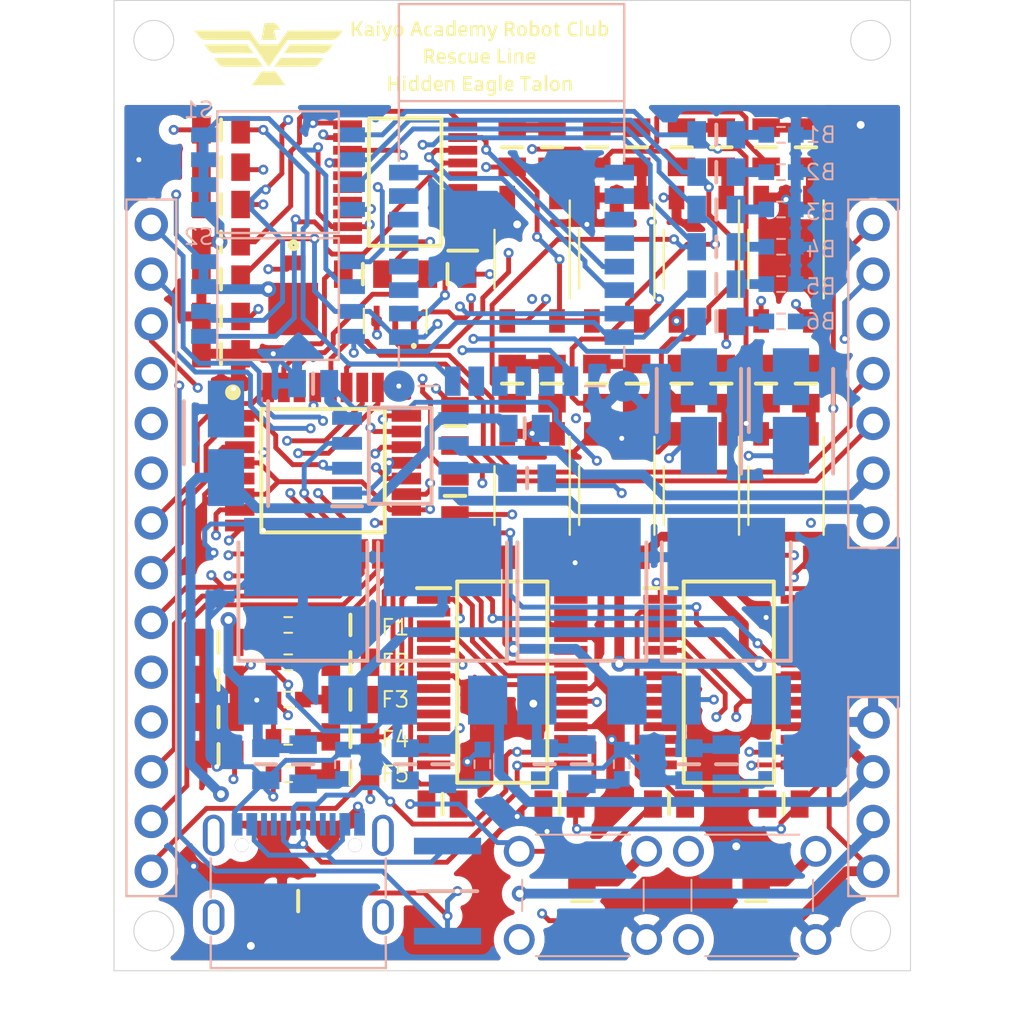
<source format=kicad_pcb>
(kicad_pcb (version 20211014) (generator pcbnew)
  (layers (0 "F.Cu" signal) (1 "In1.Cu" signal) (2 "In2.Cu" signal) (31 "B.Cu" signal) (34 "B.Paste" user) (35 "F.Paste" user) (36 "B.SilkS" user "B.Silkscreen") (37 "F.SilkS" user "F.Silkscreen") (38 "B.Mask" user) (39 "F.Mask" user) (44 "Edge.Cuts" user))
  (net 0 "")
  (net 1 "Net-(C1-Pad1)")
  (net 2 "GND")
  (net 3 "5V_ARDUINO")
  (net 4 "+5VL")
  (net 5 "5V_USBSERIAL")
  (net 6 "+5VD")
  (net 7 "+3V3")
  (net 8 "Net-(C13-Pad1)")
  (net 9 "Net-(C13-Pad2)")
  (net 10 "Net-(C14-Pad1)")
  (net 11 "Net-(C17-Pad1)")
  (net 12 "Net-(D1-Pad2)")
  (net 13 "Net-(D2-Pad2)")
  (net 14 "Net-(D3-Pad2)")
  (net 15 "Net-(D4-Pad2)")
  (net 16 "Net-(D5-Pad2)")
  (net 17 "Net-(D6-Pad2)")
  (net 18 "Net-(D7-Pad2)")
  (net 19 "Net-(D8-Pad2)")
  (net 20 "Net-(D9-Pad2)")
  (net 21 "Net-(D10-Pad2)")
  (net 22 "Net-(D11-Pad2)")
  (net 23 "Net-(D12-Pad1)")
  (net 24 "Net-(D13-Pad1)")
  (net 25 "Net-(D14-Pad1)")
  (net 26 "/FT232RL_module/5VB")
  (net 27 "Net-(D15-Pad1)")
  (net 28 "/FT232RL_module/5V")
  (net 29 "Net-(F1-Pad1)")
  (net 30 "Net-(H1-Pad7)")
  (net 31 "Net-(H1-Pad8)")
  (net 32 "Net-(H1-Pad9)")
  (net 33 "Net-(H1-Pad10)")
  (net 34 "D6_PWM")
  (net 35 "D5_PWM")
  (net 36 "Net-(H1-Pad14)")
  (net 37 "Net-(IC1-Pad1)")
  (net 38 "D3_PWM")
  (net 39 "D4")
  (net 40 "Net-(IC2-Pad7)")
  (net 41 "Net-(IC2-Pad8)")
  (net 42 "D7")
  (net 43 "D8")
  (net 44 "D9_PWM")
  (net 45 "D10")
  (net 46 "D11")
  (net 47 "D12")
  (net 48 "D13")
  (net 49 "A6")
  (net 50 "A7")
  (net 51 "A0")
  (net 52 "A1")
  (net 53 "A2")
  (net 54 "A3")
  (net 55 "SDA")
  (net 56 "SCL")
  (net 57 "RESET")
  (net 58 "Net-(IC2-Pad30)")
  (net 59 "Net-(IC2-Pad31)")
  (net 60 "D2")
  (net 61 "Net-(IC3-Pad23)")
  (net 62 "Net-(IC3-Pad22)")
  (net 63 "Net-(IC3-Pad16)")
  (net 64 "Net-(IC3-Pad15)")
  (net 65 "Net-(IC4-Pad1)")
  (net 66 "Net-(IC4-Pad5)")
  (net 67 "Net-(IC4-Pad22)")
  (net 68 "Net-(IC4-Pad23)")
  (net 69 "Net-(J1-Pad1)")
  (net 70 "Net-(J1-Pad2)")
  (net 71 "RX")
  (net 72 "TX")
  (net 73 "Net-(R1-Pad2)")
  (net 74 "Net-(R2-Pad2)")
  (net 75 "ED1")
  (net 76 "Net-(R10-Pad1)")
  (net 77 "ED2")
  (net 78 "Net-(R11-Pad1)")
  (net 79 "ED3")
  (net 80 "ED4")
  (net 81 "Net-(R9-Pad2)")
  (net 82 "Net-(R10-Pad2)")
  (net 83 "Net-(R11-Pad2)")
  (net 84 "Net-(R17-Pad2)")
  (net 85 "Net-(R18-Pad2)")
  (net 86 "Net-(R19-Pad2)")
  (net 87 "Net-(R22-Pad2)")
  (net 88 "Net-(R23-Pad2)")
  (net 89 "MLDP")
  (net 90 "SPI_PLO")
  (net 91 "Net-(R27-Pad2)")
  (net 92 "Net-(R28-Pad2)")
  (net 93 "Net-(R30-Pad2)")
  (net 94 "Net-(R31-Pad2)")
  (net 95 "Net-(R34-Pad2)")
  (net 96 "Net-(R35-Pad2)")
  (net 97 "Net-(R36-Pad2)")
  (net 98 "Net-(R37-Pad2)")
  (net 99 "Net-(R38-Pad2)")
  (net 100 "Net-(R39-Pad2)")
  (net 101 "Net-(U2-Pad4)")
  (net 102 "Net-(U3-Pad4)")
  (net 103 "VCC")
  (net 104 "Net-(IC2-Pad9)")
  (net 105 "Net-(IC2-Pad10)")
  (footprint "SamacSys_Parts:CAPC2012X95N" (layer "F.Cu") (at 226.314 98.171 180)
    (fp_text reference "C1")
    (fp_text value "GRM219F11H104ZA01D" hide)
  )
  (footprint "SamacSys_Parts:CAPC2012X140N" (layer "F.Cu") (at 226.314 96.266 180)
    (fp_text reference "C2")
    (fp_text value "GRM21BB31E106KA73L" hide)
  )
  (footprint "SamacSys_Parts:CAPC2012X140N" (layer "F.Cu") (at 226.314 94.361 180)
    (fp_text reference "C3")
    (fp_text value "GRM21BB31E106KA73L" hide)
  )
  (footprint "SamacSys_Parts:CAPC2012X95N" (layer "F.Cu") (at 226.314 92.456 180)
    (fp_text reference "C12")
    (fp_text value "GRM219F11H104ZA01D" hide)
  )
  (footprint "SamacSys_Parts:CAPC2012X95N" (layer "F.Cu") (at 249.301 100.711 180)
    (fp_text reference "C13")
    (fp_text value "GRM219F11H104ZA01D" hide)
  )
  (footprint "SamacSys_Parts:CAPC2012X95N" (layer "F.Cu") (at 237.744 100.711 180)
    (fp_text reference "C14")
    (fp_text value "GRM219F11H104ZA01D" hide)
  )
  (footprint "SamacSys_Parts:CAPC2012X95N" (layer "F.Cu") (at 243.713 100.711 180)
    (fp_text reference "C15")
    (fp_text value "GRM219F11H104ZA01D" hide)
  )
  (footprint "SamacSys_Parts:CAPC2012X95N" (layer "F.Cu") (at 255.143 100.711 180)
    (fp_text reference "C16")
    (fp_text value "GRM219F11H104ZA01D" hide)
  )
  (footprint "SamacSys_Parts:CAPC2012X95N" (layer "F.Cu") (at 230.378 105.664 180)
    (fp_text reference "C17")
    (fp_text value "GRM219F11H104ZA01D" hide)
  )
  (footprint "SamacSys_Parts:OSXX0603C1E" (layer "F.Cu") (at 229.87 99.187)
    (fp_text reference "D5")
    (fp_text value "LED" hide)
  )
  (footprint "SamacSys_Parts:OSXX0603C1E" (layer "F.Cu") (at 229.87 91.567 180)
    (fp_text reference "D12")
    (fp_text value "LED" hide)
  )
  (footprint "SamacSys_Parts:OSXX0603C1E" (layer "F.Cu") (at 229.87 93.472 180)
    (fp_text reference "D13")
    (fp_text value "LED" hide)
  )
  (footprint "SamacSys_Parts:OSXX0603C1E" (layer "F.Cu") (at 229.87 95.377 180)
    (fp_text reference "D14")
    (fp_text value "LED" hide)
  )
  (footprint "SamacSys_Parts:OSXX0603C1E" (layer "F.Cu") (at 229.87 97.282 180)
    (fp_text reference "D15")
    (fp_text value "LED" hide)
  )
  (footprint "SamacSys_Parts:SMP" (layer "F.Cu") (at 230.124 73.117 90)
    (fp_text reference "D16")
    (fp_text value "SS1P3L-M3_85A" hide)
  )
  (footprint "SamacSys_Parts:SOP65P640X110-20N" (layer "F.Cu") (at 235.839 68.961 180)
    (fp_text reference "H1")
    (fp_text value "MAX3001EAUP" hide)
  )
  (footprint "SamacSys_Parts:QFP80P900X900X120-32N" (layer "F.Cu") (at 231.648 83.693)
    (fp_text reference "IC2")
    (fp_text value "ATMEGA328P-AU" hide)
  )
  (footprint "SamacSys_Parts:SOP65P778X200-28N" (layer "F.Cu") (at 252.349 94.488)
    (fp_text reference "IC3")
    (fp_text value "FT232RL-REEL" hide)
  )
  (footprint "SamacSys_Parts:SOP65P778X200-28N" (layer "F.Cu") (at 240.792 94.488)
    (fp_text reference "IC4")
    (fp_text value "FT232RL-REEL" hide)
  )
  (footprint "SamacSys_Parts:RESC2012X60N" (layer "F.Cu") (at 253.746 105.664 90)
    (fp_text reference "R1")
    (fp_text value "RK73B2ATTD102J" hide)
  )
  (footprint "SamacSys_Parts:RESC2012X60N" (layer "F.Cu") (at 241.3 79.248 90)
    (fp_text reference "R2")
    (fp_text value "RK73B2ATTD181J" hide)
  )
  (footprint "SamacSys_Parts:RESC2012X60N" (layer "F.Cu") (at 245.618 79.248 90)
    (fp_text reference "R3")
    (fp_text value "RK73B2ATTD181J" hide)
  )
  (footprint "SamacSys_Parts:RESC2012X60N" (layer "F.Cu") (at 249.936 79.248 90)
    (fp_text reference "R4")
    (fp_text value "RK73B2ATTD181J" hide)
  )
  (footprint "SamacSys_Parts:RESC2012X60N" (layer "F.Cu") (at 243.332 79.248 -90)
    (fp_text reference "R9")
    (fp_text value "RK73B2ATTD561J" hide)
  )
  (footprint "SamacSys_Parts:RESC2012X60N" (layer "F.Cu") (at 247.65 79.248 -90)
    (fp_text reference "R10")
    (fp_text value "RK73B2ATTD561J" hide)
  )
  (footprint "SamacSys_Parts:RESC2012X60N" (layer "F.Cu") (at 251.968 79.248 -90)
    (fp_text reference "R11")
    (fp_text value "RK73B2ATTD561J" hide)
  )
  (footprint "SamacSys_Parts:RESC2012X60N" (layer "F.Cu") (at 233.045 99.187 180)
    (fp_text reference "R16")
    (fp_text value "RK73B2ATTD102J" hide)
  )
  (footprint "SamacSys_Parts:RESC2012X60N" (layer "F.Cu") (at 241.3 67.183 90)
    (fp_text reference "R18")
    (fp_text value "RK73B2ATTD181J" hide)
  )
  (footprint "SamacSys_Parts:RESC2012X60N" (layer "F.Cu") (at 245.618 67.183 90)
    (fp_text reference "R19")
    (fp_text value "RK73B2ATTD181J" hide)
  )
  (footprint "SamacSys_Parts:RESC2012X60N" (layer "F.Cu") (at 233.68 73.66 180)
    (fp_text reference "R20")
    (fp_text value "RK73B2ATTD102J" hide)
  )
  (footprint "SamacSys_Parts:RESC2012X60N" (layer "F.Cu") (at 237.998 73.66 180)
    (fp_text reference "R21")
    (fp_text value "RK73B2ATTD102J" hide)
  )
  (footprint "SamacSys_Parts:RESC2012X60N" (layer "F.Cu") (at 254.254 79.248 90)
    (fp_text reference "R22")
    (fp_text value "RK73B2ATTD181J" hide)
  )
  (footprint "SamacSys_Parts:RESC2012X60N" (layer "F.Cu") (at 256.286 79.248 -90)
    (fp_text reference "R23")
    (fp_text value "RK73B2ATTD561J" hide)
  )
  (footprint "SamacSys_Parts:RESC2012X60N" (layer "F.Cu") (at 226.441 77.724)
    (fp_text reference "R24")
    (fp_text value "RK73B2ATTD102J" hide)
  )
  (footprint "SamacSys_Parts:RESC2012X60N" (layer "F.Cu") (at 243.332 67.183 -90)
    (fp_text reference "R27")
    (fp_text value "RK73B2ATTD561J" hide)
  )
  (footprint "SamacSys_Parts:RESC2012X60N" (layer "F.Cu") (at 247.65 67.183 -90)
    (fp_text reference "R28")
    (fp_text value "RK73B2ATTD561J" hide)
  )
  (footprint "SamacSys_Parts:RESC2012X60N" (layer "F.Cu") (at 226.441 72.009 180)
    (fp_text reference "R29")
    (fp_text value "RK73B2ATTD102J" hide)
  )
  (footprint "SamacSys_Parts:RESC2012X60N" (layer "F.Cu") (at 226.441 70.104)
    (fp_text reference "R30")
    (fp_text value "RK73B2ATTD101J" hide)
  )
  (footprint "SamacSys_Parts:RESC2012X60N" (layer "F.Cu") (at 226.441 68.199)
    (fp_text reference "R31")
    (fp_text value "RK73B2ATTD103J" hide)
  )
  (footprint "SamacSys_Parts:RESC2012X60N" (layer "F.Cu") (at 226.441 75.819 180)
    (fp_text reference "R32")
    (fp_text value "RK73B2ATTD103J" hide)
  )
  (footprint "SamacSys_Parts:RESC2012X60N" (layer "F.Cu") (at 226.441 73.914 180)
    (fp_text reference "R33")
    (fp_text value "RK73B2ATTD103J" hide)
  )
  (footprint "SamacSys_Parts:RESC2012X60N" (layer "F.Cu") (at 226.441 66.294)
    (fp_text reference "R34")
    (fp_text value "RK73B2ATTD103J" hide)
  )
  (footprint "SamacSys_Parts:RESC2012X60N" (layer "F.Cu") (at 254.254 67.183 90)
    (fp_text reference "R36")
    (fp_text value "RK73B2ATTD181J" hide)
  )
  (footprint "SamacSys_Parts:RESC2012X60N" (layer "F.Cu") (at 251.968 67.183 -90)
    (fp_text reference "R37")
    (fp_text value "RK73B2ATTD561J" hide)
  )
  (footprint "SamacSys_Parts:RESC2012X60N" (layer "F.Cu") (at 256.286 67.183 -90)
    (fp_text reference "R38")
    (fp_text value "RK73B2ATTD561J" hide)
  )
  (footprint "SamacSys_Parts:RESC2012X60N" (layer "F.Cu") (at 244.856 105.664 90)
    (fp_text reference "R39")
    (fp_text value "RK73B2ATTD102J" hide)
  )
  (footprint "SamacSys_Parts:RESC2012X60N" (layer "F.Cu") (at 233.045 91.567)
    (fp_text reference "R40")
    (fp_text value "RK73B2ATTD102J" hide)
  )
  (footprint "SamacSys_Parts:RESC2012X60N" (layer "F.Cu") (at 233.045 93.472)
    (fp_text reference "R41")
    (fp_text value "RK73B2ATTD102J" hide)
  )
  (footprint "SamacSys_Parts:RESC2012X60N" (layer "F.Cu") (at 233.045 95.377)
    (fp_text reference "R42")
    (fp_text value "RK73B2ATTD102J" hide)
  )
  (footprint "SamacSys_Parts:RESC2012X60N" (layer "F.Cu") (at 233.045 97.282)
    (fp_text reference "R43")
    (fp_text value "RK73B2ATTD102J" hide)
  )
  (footprint "Package_SO:MFSOP6-4_4.4x3.6mm_P1.27mm" (layer "F.Cu") (at 246.634 84.963 -90)
    (fp_text reference "U3")
    (fp_text value "TLP175A")
  )
  (footprint "Package_SO:MFSOP6-4_4.4x3.6mm_P1.27mm" (layer "F.Cu") (at 250.952 84.963 -90)
    (fp_text reference "U4")
    (fp_text value "TLP175A")
  )
  (footprint "Package_SO:MFSOP6-4_4.4x3.6mm_P1.27mm" (layer "F.Cu") (at 255.27 84.963 -90)
    (fp_text reference "U9")
    (fp_text value "TLP175A")
  )
  (footprint "Package_SO:MFSOP6-4_4.4x3.6mm_P1.27mm" (layer "F.Cu") (at 242.316 72.898 -90)
    (fp_text reference "U10")
    (fp_text value "TLP175A")
  )
  (footprint "Package_SO:MFSOP6-4_4.4x3.6mm_P1.27mm" (layer "F.Cu") (at 246.634 72.898 -90)
    (fp_text reference "U11")
    (fp_text value "TLP175A")
  )
  (footprint "Package_SO:MFSOP6-4_4.4x3.6mm_P1.27mm" (layer "F.Cu") (at 250.952 72.898 -90)
    (fp_text reference "U13")
    (fp_text value "TLP175A")
  )
  (footprint "Package_SO:MFSOP6-4_4.4x3.6mm_P1.27mm" (layer "F.Cu") (at 255.27 72.898 -90)
    (fp_text reference "U14")
    (fp_text value "TLP175A")
  )
  (footprint "SamacSys_Parts:CSTCE16M0V53R0" (layer "F.Cu") (at 235.331 76.073)
    (fp_text reference "Y1")
    (fp_text value "Crystal_GND3_Small" hide)
  )
  (footprint "SamacSys_Parts:RESC2012X60N" (layer "F.Cu") (at 249.936 67.183 90)
    (fp_text reference "R35")
    (fp_text value "RK73B2ATTD181J" hide)
  )
  (footprint "Package_SO:MFSOP6-4_4.4x3.6mm_P1.27mm" (layer "F.Cu") (at 242.316 84.963 -90)
    (fp_text reference "U2")
    (fp_text value "TLP175A")
  )
  (footprint "SamacSys_Parts:RESC2012X60N" (layer "F.Cu") (at 238.379 84.979 -90)
    (fp_text reference "R44")
    (fp_text value "RK73B2ATTD102J" hide)
  )
  (footprint "SamacSys_Parts:RESC2012X60N" (layer "F.Cu") (at 238.379 81.407 -90)
    (fp_text reference "R45")
    (fp_text value "RK73B2ATTD102J" hide)
  )
  (footprint "BSCS IS-1235-G:123" (layer "F.Cu") (at 235.712 62.484)
    (fp_text reference "G***" hide)
    (fp_text value "LOGO" hide)
  )
  (footprint "SamacSys_Parts:CAPAE430X610N" (layer "B.Cu") (at 250.825 80.645 90)
    (fp_text reference "C4")
    (fp_text value "UCD1H4R7MCL1GS" hide)
  )
  (footprint "SamacSys_Parts:CAPC2012X95N" (layer "B.Cu") (at 231.14 79.248 180)
    (fp_text reference "C5")
    (fp_text value "GRM219F11H104ZA01D" hide)
  )
  (footprint "SamacSys_Parts:CAPC2012X95N" (layer "B.Cu") (at 241.935 81.534)
    (fp_text reference "C6")
    (fp_text value "GRM219F11H104ZA01D" hide)
  )
  (footprint "SamacSys_Parts:CAPAE430X610N" (layer "B.Cu") (at 226.695 82.296 90)
    (fp_text reference "C7")
    (fp_text value "UCD1H4R7MCL1GS" hide)
  )
  (footprint "SamacSys_Parts:CAPC2012X95N" (layer "B.Cu") (at 235.839 98.679 -90)
    (fp_text reference "C8")
    (fp_text value "GRM219F11H104ZA01D" hide)
  )
  (footprint "SamacSys_Parts:CAPC2012X95N" (layer "B.Cu") (at 242.951 98.679 -90)
    (fp_text reference "C9")
    (fp_text value "GRM219F11H104ZA01D" hide)
  )
  (footprint "SamacSys_Parts:CAPC2012X95N" (layer "B.Cu") (at 250.317 98.679 -90)
    (fp_text reference "C10")
    (fp_text value "GRM219F11H104ZA01D" hide)
  )
  (footprint "SamacSys_Parts:CAPC2012X95N" (layer "B.Cu") (at 228.727 98.679 -90)
    (fp_text reference "C11")
    (fp_text value "GRM219F11H104ZA01D" hide)
  )
  (footprint "SamacSys_Parts:CAPAE430X610N" (layer "B.Cu") (at 255.524 80.645 90)
    (fp_text reference "C18")
    (fp_text value "UCD1H4R7MCL1GS" hide)
  )
  (footprint "SamacSys_Parts:OSXX0603C1E" (layer "B.Cu") (at 255.016 72.263 180)
    (fp_text reference "D1")
    (fp_text value "LED" hide)
  )
  (footprint "SamacSys_Parts:OSXX0603C1E" (layer "B.Cu") (at 255.016 70.358 180)
    (fp_text reference "D2")
    (fp_text value "LED" hide)
  )
  (footprint "SamacSys_Parts:OSXX0603C1E" (layer "B.Cu") (at 255.016 68.453 180)
    (fp_text reference "D3")
    (fp_text value "LED" hide)
  )
  (footprint "SamacSys_Parts:OSXX0603C1E" (layer "B.Cu") (at 255.016 66.548 180)
    (fp_text reference "D4")
    (fp_text value "LED" hide)
  )
  (footprint "SamacSys_Parts:OSXX0603C1E" (layer "B.Cu") (at 239.776 98.679 -90)
    (fp_text reference "D6")
    (fp_text value "LED" hide)
  )
  (footprint "SamacSys_Parts:OSXX0603C1E" (layer "B.Cu") (at 246.888 98.679 -90)
    (fp_text reference "D7")
    (fp_text value "LED" hide)
  )
  (footprint "SamacSys_Parts:OSXX0603C1E" (layer "B.Cu") (at 254.254 98.679 -90)
    (fp_text reference "D8")
    (fp_text value "LED" hide)
  )
  (footprint "SamacSys_Parts:OSXX0603C1E" (layer "B.Cu") (at 232.664 98.679 -90)
    (fp_text reference "D9")
    (fp_text value "LED" hide)
  )
  (footprint "SamacSys_Parts:OSXX0603C1E" (layer "B.Cu") (at 255.016 74.168 180)
    (fp_text reference "D10")
    (fp_text value "LED" hide)
  )
  (footprint "SamacSys_Parts:OSXX0603C1E" (layer "B.Cu") (at 255.016 76.073 180)
    (fp_text reference "D11")
    (fp_text value "LED" hide)
  )
  (footprint "SamacSys_Parts:FUSC4632X85N" (layer "B.Cu") (at 237.998 105.156 -90)
    (fp_text reference "F1")
    (fp_text value "MF-MSMF050-2" hide)
  )
  (footprint "SamacSys_Parts:TO-252-3-L1" (layer "B.Cu") (at 230.618 87.354 180)
    (fp_text reference "IC1")
    (fp_text value "NJM2391DL1-33-TE1" hide)
  )
  (footprint "Connector_PinHeader_2.54mm:PinHeader_1x02_P2.54mm_Vertical" (layer "B.Cu") (at 259.715 83.82 180)
    (fp_text reference "J1")
    (fp_text value "Conn_01x02_Female")
  )
  (footprint "SamacSys_Parts:RESC2012X60N" (layer "B.Cu") (at 251.714 72.263)
    (fp_text reference "R5")
    (fp_text value "RK73B2ATTD102J" hide)
  )
  (footprint "SamacSys_Parts:RESC2012X60N" (layer "B.Cu") (at 251.714 70.358)
    (fp_text reference "R6")
    (fp_text value "RK73B2ATTD102J" hide)
  )
  (footprint "SamacSys_Parts:RESC2012X60N" (layer "B.Cu") (at 251.714 68.453)
    (fp_text reference "R7")
    (fp_text value "RK73B2ATTD102J" hide)
  )
  (footprint "SamacSys_Parts:RESC2012X60N" (layer "B.Cu") (at 251.714 66.548)
    (fp_text reference "R8")
    (fp_text value "RK73B2ATTD181J" hide)
  )
  (footprint "SamacSys_Parts:RESC2012X60N" (layer "B.Cu") (at 237.744 98.679 -90)
    (fp_text reference "R12")
    (fp_text value "RK73B2ATTD102J" hide)
  )
  (footprint "SamacSys_Parts:RESC2012X60N" (layer "B.Cu") (at 244.856 98.679 -90)
    (fp_text reference "R13")
    (fp_text value "RK73B2ATTD102J" hide)
  )
  (footprint "SamacSys_Parts:RESC2012X60N" (layer "B.Cu") (at 252.222 98.679 -90)
    (fp_text reference "R14")
    (fp_text value "RK73B2ATTD102J" hide)
  )
  (footprint "SamacSys_Parts:RESC2012X60N" (layer "B.Cu") (at 230.632 98.679 -90)
    (fp_text reference "R15")
    (fp_text value "RK73B2ATTD181J" hide)
  )
  (footprint "SamacSys_Parts:RESC2012X60N" (layer "B.Cu") (at 242.062 84.074 180)
    (fp_text reference "R17")
    (fp_text value "RK73B2ATTD1R0J" hide)
  )
  (footprint "SamacSys_Parts:RESC2012X60N" (layer "B.Cu") (at 251.714 74.168)
    (fp_text reference "R25")
    (fp_text value "RK73B2ATTD181J" hide)
  )
  (footprint "SamacSys_Parts:RESC2012X60N" (layer "B.Cu") (at 251.714 76.073)
    (fp_text reference "R26")
    (fp_text value "RK73B2ATTD181J" hide)
  )
  (footprint "BSCS KHS42E:KHS42E" (layer "B.Cu") (at 225.552 70.358 90)
    (fp_text reference "S2")
    (fp_text value "EDS104SZ")
  )
  (footprint "BSCS KHS42E:KHS42E" (layer "B.Cu") (at 225.552 76.835 90)
    (fp_text reference "S3")
    (fp_text value "EDS104SZ")
  )
  (footprint "SamacSys_Parts:NE555DR" (layer "B.Cu") (at 235.585 82.931)
    (fp_text reference "U5")
    (fp_text value "TB67H450FNG" hide)
  )
  (footprint "SamacSys_Parts:TO-252-3-L1" (layer "B.Cu") (at 237.744 87.354 180)
    (fp_text reference "U6")
    (fp_text value "NJM7805SDL1" hide)
  )
  (footprint "SamacSys_Parts:TO-252-3-L1" (layer "B.Cu") (at 244.856 87.354 180)
    (fp_text reference "U7")
    (fp_text value "NJM7805SDL1" hide)
  )
  (footprint "SamacSys_Parts:TO-252-3-L1" (layer "B.Cu") (at 252.222 87.354 180)
    (fp_text reference "U8")
    (fp_text value "NJM7805SDL1" hide)
  )
  (footprint "BSCS RN4024:RN4024" (layer "B.Cu") (at 247.015 79.375 180)
    (fp_text reference "U12")
    (fp_text value "RN4024")
  )
  (footprint "SamacSys_Parts:TS0606FNBLK" (layer "B.Cu") (at 256.794 103.124 180)
    (fp_text reference "S1")
    (fp_text value "TS-0606-F-N-BLK" hide)
  )
  (footprint "SamacSys_Parts:TS0606FNBLK" (layer "B.Cu") (at 248.158 103.124 180)
    (fp_text reference "S4")
    (fp_text value "TS-0606-F-N-BLK" hide)
  )
  (footprint "Connector_PinHeader_2.54mm:PinHeader_1x14_P2.54mm_Vertical" (layer "B.Cu") (at 222.885 71.12 180)
    (fp_text reference "J2")
    (fp_text value "Conn_01x14_Female")
  )
  (footprint "Connector_PinHeader_2.54mm:PinHeader_1x04_P2.54mm_Vertical" (layer "B.Cu") (at 259.715 104.14)
    (fp_text reference "J3")
    (fp_text value "Conn_01x04_Female")
  )
  (footprint "Connector_PinHeader_2.54mm:PinHeader_1x05_P2.54mm_Vertical" (layer "B.Cu") (at 259.715 81.28)
    (fp_text reference "J4")
    (fp_text value "Conn_01x05_Female")
  )
  (footprint "BSCS USB Type C:USB_Type_C" (layer "B.Cu") (at 225.806 101.346 180)
    (fp_text reference "U15")
    (fp_text value "USB_Type_C")
  )
  (gr_line (start 258.445 87.63) (end 258.445 69.85) (layer "B.SilkS") (width 0.12))
  (gr_line (start 260.985 95.25) (end 258.445 95.25) (layer "B.SilkS") (width 0.12))
  (gr_line (start 221.615 69.85) (end 221.615 105.41) (layer "B.SilkS") (width 0.12))
  (gr_line (start 260.985 69.85) (end 260.985 87.63) (layer "B.SilkS") (width 0.12))
  (gr_line (start 258.445 105.41) (end 260.985 105.41) (layer "B.SilkS") (width 0.12))
  (gr_line (start 260.985 87.63) (end 258.445 87.63) (layer "B.SilkS") (width 0.12))
  (gr_line (start 260.985 105.41) (end 260.985 95.25) (layer "B.SilkS") (width 0.12))
  (gr_line (start 221.615 105.41) (end 224.155 105.41) (layer "B.SilkS") (width 0.12))
  (gr_line (start 258.445 69.85) (end 260.985 69.85) (layer "B.SilkS") (width 0.12))
  (gr_line (start 224.155 105.41) (end 224.155 69.85) (layer "B.SilkS") (width 0.12))
  (gr_line (start 224.155 69.85) (end 221.615 69.85) (layer "B.SilkS") (width 0.12))
  (gr_line (start 258.445 95.25) (end 258.445 105.41) (layer "B.SilkS") (width 0.12))
  (gr_line (start 220.98 59.69) (end 220.98 109.22) (layer "Edge.Cuts") (width 0.05))
  (gr_line (start 261.62 109.22) (end 220.98 109.22) (layer "Edge.Cuts") (width 0.05))
  (gr_line (start 261.62 59.69) (end 261.62 109.22) (layer "Edge.Cuts") (width 0.05))
  (gr_circle (center 223.012 107.188) (end 223.012 108.204) (layer "Edge.Cuts") (width 0.05) (fill none))
  (gr_circle (center 259.588 107.188) (end 259.588 108.204) (layer "Edge.Cuts") (width 0.05) (fill none))
  (gr_circle (center 223.012 61.722) (end 223.012 62.738) (layer "Edge.Cuts") (width 0.05) (fill none))
  (gr_circle (center 259.588 61.722) (end 259.588 62.738) (layer "Edge.Cuts") (width 0.05) (fill none))
  (gr_line (start 220.98 59.69) (end 261.62 59.69) (layer "Edge.Cuts") (width 0.05))
  (gr_text "B2" (at 257.048 68.453) (layer "B.SilkS") (effects (font (size 0.8 0.8) (thickness 0.1)) (justify mirror)))
  (gr_text "B1" (at 257.048 66.548) (layer "B.SilkS") (effects (font (size 0.8 0.8) (thickness 0.1)) (justify mirror)))
  (gr_text "S1" (at 225.298 65.278) (layer "B.SilkS") (effects (font (size 0.8 0.8) (thickness 0.1)) (justify mirror)))
  (gr_text "S2" (at 225.298 71.755) (layer "B.SilkS") (effects (font (size 0.8 0.8) (thickness 0.1)) (justify mirror)))
  (gr_text "B6" (at 257.048 76.073) (layer "B.SilkS") (effects (font (size 0.8 0.8) (thickness 0.1)) (justify mirror)))
  (gr_text "B4" (at 257.048 72.39) (layer "B.SilkS") (effects (font (size 0.8 0.8) (thickness 0.1)) (justify mirror)))
  (gr_text "B3" (at 257.048 70.485) (layer "B.SilkS") (effects (font (size 0.8 0.8) (thickness 0.1)) (justify mirror)))
  (gr_text "B5" (at 257.048 74.295) (layer "B.SilkS") (effects (font (size 0.8 0.8) (thickness 0.1)) (justify mirror)))
  (gr_text "F3" (at 235.331 95.377) (layer "F.SilkS") (effects (font (size 0.8 0.8) (thickness 0.1))))
  (gr_text "F2" (at 235.331 93.472) (layer "F.SilkS") (effects (font (size 0.8 0.8) (thickness 0.1))))
  (gr_text "F5" (at 235.331 99.187) (layer "F.SilkS") (effects (font (size 0.8 0.8) (thickness 0.1))))
  (gr_text "F4" (at 235.331 97.409) (layer "F.SilkS") (effects (font (size 0.8 0.8) (thickness 0.1))))
  (gr_text "F1" (at 235.331 91.694) (layer "F.SilkS") (effects (font (size 0.8 0.8) (thickness 0.1))))
  (segment (start 235.898 84.093) (end 234.918238 84.093) (width 0.25) (layer "F.Cu") (net 1))
  (segment (start 227.134 98.171) (end 227.134 99.383) (width 0.25) (layer "F.Cu") (net 1))
  (segment (start 227.134 99.383) (end 227.076 99.441) (width 0.25) (layer "F.Cu") (net 1))
  (segment (start 234.918238 84.093) (end 234.353119 83.527881) (width 0.25) (layer "F.Cu") (net 1))
  (via (at 234.353119 83.527881) (size 0.508) (drill 0.254) (layers "F.Cu" "B.Cu") (net 1))
  (via (at 227.076 99.441) (size 0.508) (drill 0.254) (layers "F.Cu" "B.Cu") (net 1))
  (segment (start 235.018912 83.287076) (end 235.892076 83.287076) (width 0.25) (layer "F.Cu") (net 2))
  (segment (start 256.859002 94.813) (end 257.024001 94.648001) (width 0.25) (layer "F.Cu") (net 2))
  (segment (start 253.771 81.813) (end 253.238 81.28) (width 0.25) (layer "F.Cu") (net 2))
  (segment (start 227.398 82.493) (end 226.562998 82.493) (width 0.25) (layer "F.Cu") (net 2))
  (segment (start 238.302002 94.163) (end 239.267999 95.128997) (width 0.25) (layer "F.Cu") (net 2))
  (segment (start 252.73 101.584998) (end 252.73 102.87) (width 0.25) (layer "F.Cu") (net 2))
  (segment (start 244.509998 88.392) (end 244.509998 88.774004) (width 0.25) (layer "F.Cu") (net 2))
  (segment (start 225.607999 84.909821) (end 225.607999 87.431999) (width 0.25) (layer "F.Cu") (net 2))
  (segment (start 239.267999 98.298001) (end 239.014 98.552) (width 0.25) (layer "F.Cu") (net 2))
  (segment (start 253.824076 96.763) (end 252.73 97.857076) (width 0.25) (layer "F.Cu") (net 2))
  (segment (start 254.631 91.563) (end 254.254 91.186) (width 0.25) (layer "F.Cu") (net 2))
  (segment (start 232.811635 65.946635) (end 231.133543 65.946635) (width 0.25) (layer "F.Cu") (net 2))
  (segment (start 249.02399 69.748) (end 249.02091 69.75108) (width 0.25) (layer "F.Cu") (net 2))
  (segment (start 226.562998 82.493) (end 226.322999 82.732999) (width 0.25) (layer "F.Cu") (net 2))
  (segment (start 229.108 100.33) (end 229.108 99.199) (width 0.25) (layer "F.Cu") (net 2))
  (segment (start 250.557989 94.861987) (end 250.557989 99.412987) (width 0.25) (layer "F.Cu") (net 2))
  (segment (start 245.392 92.213) (end 245.618 92.439) (width 0.25) (layer "F.Cu") (net 2))
  (segment (start 244.292 91.563) (end 243.281998 91.563) (width 0.25) (layer "F.Cu") (net 2))
  (segment (start 249.859002 94.163) (end 250.557989 94.861987) (width 0.25) (layer "F.Cu") (net 2))
  (segment (start 254 81.813) (end 253.771 81.813) (width 0.25) (layer "F.Cu") (net 2))
  (segment (start 245.618 94.497002) (end 245.302002 94.813) (width 0.25) (layer "F.Cu") (net 2))
  (segment (start 252.73 97.857076) (end 252.73 102.87) (width 0.25) (layer "F.Cu") (net 2))
  (segment (start 244.438999 82.738001) (end 242.906791 82.738001) (width 0.25) (layer "F.Cu") (net 2))
  (segment (start 232.901 66.036) (end 232.811635 65.946635) (width 0.25) (layer "F.Cu") (net 2))
  (segment (start 245.364 81.813) (end 244.438999 82.738001) (width 0.25) (layer "F.Cu") (net 2))
  (segment (start 248.849 94.163) (end 249.859002 94.163) (width 0.25) (layer "F.Cu") (net 2))
  (segment (start 243.281998 91.563) (end 243.116999 91.398001) (width 0.25) (layer "F.Cu") (net 2))
  (segment (start 245.718999 96.763) (end 246.38 97.424001) (width 0.25) (layer "F.Cu") (net 2))
  (segment (start 225.441 75.819) (end 225.441 77.724) (width 0.25) (layer "F.Cu") (net 2))
  (segment (start 257.024001 92.377999) (end 256.859002 92.213) (width 0.25) (layer "F.Cu") (net 2))
  (segment (start 255.849 96.763) (end 253.824076 96.763) (width 0.25) (layer "F.Cu") (net 2))
  (segment (start 234.381 76.073) (end 234.381 76.72783) (width 0.25) (layer "F.Cu") (net 2))
  (segment (start 243.281001 89.712999) (end 243.116999 89.877001) (width 0.25) (layer "F.Cu") (net 2))
  (segment (start 225.441 77.724) (end 227.441 77.724) (width 0.25) (layer "F.Cu") (net 2))
  (segment (start 245.302002 94.813) (end 244.292 94.813) (width 0.25) (layer "F.Cu") (net 2))
  (segment (start 243.571003 89.712999) (end 243.281001 89.712999) (width 0.25) (layer "F.Cu") (net 2))
  (segment (start 229.108 99.199) (end 229.12 99.187) (width 0.25) (layer "F.Cu") (net 2))
  (segment (start 257.024001 94.648001) (end 257.024001 92.377999) (width 0.25) (layer "F.Cu") (net 2))
  (segment (start 244.292 92.213) (end 245.392 92.213) (width 0.25) (layer "F.Cu") (net 2))
  (segment (start 226.42482 84.093) (end 225.607999 84.909821) (width 0.25) (layer "F.Cu") (net 2))
  (segment (start 246.197001 95.076003) (end 246.197001 95.957999) (width 0.25) (layer "F.Cu") (net 2))
  (segment (start 255.849 94.813) (end 256.859002 94.813) (width 0.25) (layer "F.Cu") (net 2))
  (segment (start 227.076 78.089) (end 227.441 77.724) (width 0.25) (layer "F.Cu") (net 2))
  (segment (start 225.589998 98.171) (end 226.224998 98.806) (width 0.25) (layer "F.Cu") (net 2))
  (segment (start 235.892076 83.287076) (end 235.898 83.293) (width 0.25) (layer "F.Cu") (net 2))
  (segment (start 225.607999 87.431999) (end 226.06 87.884) (width 0.25) (layer "F.Cu") (net 2))
  (segment (start 256.859002 92.213) (end 255.849 92.213) (width 0.25) (layer "F.Cu") (net 2))
  (segment (start 250.557989 99.412987) (end 252.73 101.584998) (width 0.25) (layer "F.Cu") (net 2))
  (segment (start 242.906791 82.738001) (end 242.316 82.14721) (width 0.25) (layer "F.Cu") (net 2))
  (segment (start 247.224791 82.738001) (end 246.888 82.40121) (width 0.25) (layer "F.Cu") (net 2))
  (segment (start 227.398 84.093) (end 226.42482 84.093) (width 0.25) (layer "F.Cu") (net 2))
  (segment (start 226.322999 82.732999) (end 226.322999 83.853001) (width 0.25) (layer "F.Cu") (net 2))
  (segment (start 249.682 69.748) (end 249.02399 69.748) (width 0.25) (layer "F.Cu") (net 2))
  (segment (start 231.133543 65.946635) (end 231.129938 65.95024) (width 0.25) (layer "F.Cu") (net 2))
  (segment (start 245.392 96.763) (end 244.292 96.763) (width 0.25) (layer "F.Cu") (net 2))
  (segment (start 246.888 82.40121) (end 246.888 82.042) (width 0.25) (layer "F.Cu") (net 2))
  (segment (start 227.441 77.724) (end 229.108 77.724) (width 0.25) (layer "F.Cu") (net 2))
  (segment (start 225.494 98.171) (end 225.589998 98.171) (width 0.25) (layer "F.Cu") (net 2))
  (segment (start 239.267999 95.128997) (end 239.267999 98.298001) (width 0.25) (layer "F.Cu") (net 2))
  (segment (start 226.562998 84.093) (end 227.398 84.093) (width 0.25) (layer "F.Cu") (net 2))
  (segment (start 243.116999 91.398001) (end 243.116999 89.877001) (width 0.25) (layer "F.Cu") (net 2))
  (segment (start 244.292 91.563) (end 244.292 92.213) (width 0.25) (layer "F.Cu") (net 2))
  (segment (start 227.076 79.502) (end 227.076 78.089) (width 0.25) (layer "F.Cu") (net 2))
  (segment (start 237.292 94.163) (end 238.302002 94.163) (width 0.25) (layer "F.Cu") (net 2))
  (segment (start 255.849 91.563) (end 254.631 91.563) (width 0.25) (layer "F.Cu") (net 2))
  (segment (start 246.197001 95.957999) (end 245.392 96.763) (width 0.25) (layer "F.Cu") (net 2))
  (segment (start 248.756999 82.738001) (end 247.224791 82.738001) (width 0.25) (layer "F.Cu") (net 2))
  (segment (start 245.618 94.497002) (end 246.197001 95.076003) (width 0.25) (layer "F.Cu") (net 2))
  (segment (start 255.849 92.213) (end 255.849 91.563) (width 0.25) (layer "F.Cu") (net 2))
  (segment (start 249.682 81.813) (end 248.756999 82.738001) (width 0.25) (layer "F.Cu") (net 2))
  (segment (start 245.618 92.439) (end 245.618 94.497002) (width 0.25) (layer "F.Cu") (net 2))
  (segment (start 244.292 96.763) (end 245.718999 96.763) (width 0.25) (layer "F.Cu") (net 2))
  (segment (start 242.316 82.14721) (end 242.316 81.788) (width 0.25) (layer "F.Cu") (net 2))
  (segment (start 244.509998 88.774004) (end 243.571003 89.712999) (width 0.25) (layer "F.Cu") (net 2))
  (segment (start 226.322999 83.853001) (end 226.562998 84.093) (width 0.25) (layer "F.Cu") (net 2))
  (segment (start 234.381 76.72783) (end 234.401585 76.748415) (width 0.25) (layer "F.Cu") (net 2))
  (via (at 229.108 77.724) (size 0.508) (drill 0.254) (layers "F.Cu" "B.Cu") (net 2))
  (via (at 226.224998 98.806) (size 0.508) (drill 0.254) (layers "F.Cu" "B.Cu") (net 2))
  (via (at 225.044 103.886) (size 0.508) (drill 0.254) (layers "F.Cu" "B.Cu") (net 2))
  (via (at 239.014 98.552) (size 0.508) (drill 0.254) (layers "F.Cu" "B.Cu") (net 2))
  (via (at 234.401585 76.748415) (size 0.508) (drill 0.254) (layers "F.Cu" "B.Cu") (net 2))
  (via (at 235.515 79.375) (size 0.508) (drill 0.254) (layers "F.Cu" "B.Cu") (net 2))
  (via (at 229.108 100.33) (size 0.508) (drill 0.254) (layers "F.Cu" "B.Cu") (net 2))
  (via (at 231.129938 65.95024) (size 0.508) (drill 0.254) (layers "F.Cu" "B.Cu") (net 2))
  (via (at 242.316 81.788) (size 0.508) (drill 0.254) (layers "F.Cu" "B.Cu") (net 2))
  (via (at 245.11 71.12) (size 0.508) (drill 0.254) (layers "F.Cu" "B.Cu") (net 2))
  (via (at 228.602002 86.738998) (size 0.508) (drill 0.254) (layers "F.Cu" "B.Cu") (net 2))
  (via (at 233.426 100.838) (size 0.508) (drill 0.254) (layers "F.Cu" "B.Cu") (net 2))
  (via (at 226.06 87.884) (size 0.508) (drill 0.254) (layers "F.Cu" "B.Cu") (net 2))
  (via (at 244.509998 88.392) (size 0.508) (drill 0.254) (layers "F.Cu" "B.Cu") (net 2))
  (via (at 252.73 102.87) (size 0.8) (drill 0.4) (layers "F.Cu" "B.Cu") (net 2))
  (via (at 249.02091 69.75108) (size 0.508) (drill 0.254) (layers "F.Cu" "B.Cu") (net 2))
  (via (at 255.27 69.85) (size 0.508) (drill 0.254) (layers "F.Cu" "B.Cu") (net 2))
  (via (at 227.965 107.95) (size 0.8) (drill 0.4) (layers "F.Cu" "B.Cu") (net 2))
  (via (at 246.888 84.836) (size 0.508) (drill 0.254) (layers "F.Cu" "B.Cu") (net 2))
  (via (at 243.078 102.108) (size 0.508) (drill 0.254) (layers "F.Cu" "B.Cu") (net 2))
  (via (at 227.076 79.502) (size 0.508) (drill 0.254) (layers "F.Cu" "B.Cu") (net 2))
  (via (at 222.25 67.818) (size 0.508) (drill 0.254) (layers "F.Cu" "B.Cu") (net 2))
  (via (at 246.38 97.424001) (size 0.508) (drill 0.254) (layers "F.Cu" "B.Cu") (net 2))
  (via (at 254.254 91.186) (size 0.508) (drill 0.254) (layers "F.Cu" "B.Cu") (net 2))
  (via (at 253.238 81.28) (size 0.508) (drill 0.254) (layers "F.Cu" "B.Cu") (net 2))
  (via (at 235.018912 83.287076) (size 0.508) (drill 0.254) (layers "F.Cu" "B.Cu") (net 2))
  (via (at 241.554 101.346) (size 0.508) (drill 0.254) (layers "F.Cu" "B.Cu") (net 2))
  (via (at 246.888 82.042) (size 0.508) (drill 0.254) (layers "F.Cu" "B.Cu") (net 2))
  (via (at 241.554 71.12) (size 0.8) (drill 0.4) (layers "F.Cu" "B.Cu") (net 2))
  (via (at 259.08 66.04) (size 0.8) (drill 0.4) (layers "F.Cu" "B.Cu") (net 2))
  (segment (start 228.034 98.806) (end 228.727 99.499) (width 0.25) (layer "B.Cu") (net 2))
  (segment (start 239.84559 71.12) (end 241.554 71.12) (width 0.25) (layer "B.Cu") (net 2))
  (segment (start 232.664 97.929) (end 234.269 97.929) (width 0.25) (layer "B.Cu") (net 2))
  (segment (start 242.755 81.534) (end 242.57 81.534) (width 0.25) (layer "B.Cu") (net 2))
  (segment (start 230.32 79.248) (end 230.32 78.936) (width 0.25) (layer "B.Cu") (net 2))
  (segment (start 233.386 101.746) (end 233.636 101.746) (width 0.25) (layer "B.Cu") (net 2))
  (segment (start 250.317 99.499) (end 248.458 99.499) (width 0.25) (layer "B.Cu") (net 2))
  (segment (start 226.695 80.546) (end 226.695 80.403) (width 0.25) (layer "B.Cu") (net 2))
  (segment (start 230.618 88.104) (end 228.957998 88.104) (width 0.25) (layer "B.Cu") (net 2))
  (segment (start 235.839 99.499) (end 234.269 97.929) (width 0.25) (layer "B.Cu") (net 2))
  (segment (start 225.806 91.255998) (end 225.806 98.387002) (width 0.25) (layer "B.Cu") (net 2))
  (segment (start 246.38 97.424001) (end 246.383001 97.424001) (width 0.25) (layer "B.Cu") (net 2))
  (segment (start 225.806 98.387002) (end 226.224998 98.806) (width 0.25) (layer "B.Cu") (net 2))
  (segment (start 246.383001 97.424001) (end 246.888 97.929) (width 0.25) (layer "B.Cu") (net 2))
  (segment (start 228.727 99.499) (end 227.136 101.09) (width 0.25) (layer "B.Cu") (net 2))
  (segment (start 230.618 88.104) (end 229.967004 88.104) (width 0.25) (layer "B.Cu") (net 2))
  (segment (start 233.901922 84.836) (end 235.018912 83.71901) (width 0.25) (layer "B.Cu") (net 2))
  (segment (start 239.637 97.929) (end 239.014 98.552) (width 0.25) (layer "B.Cu") (net 2))
  (segment (start 233.636 101.746) (end 233.636 101.048) (width 0.25) (layer "B.Cu") (net 2))
  (segment (start 246.516011 84.464011) (end 246.888 84.836) (width 0.25) (layer "B.Cu") (net 2))
  (segment (start 226.695 79.883) (end 227.076 79.502) (width 0.25) (layer "B.Cu") (net 2))
  (segment (start 235.765 68.475) (end 237.20059 68.475) (width 0.25) (layer "B.Cu") (net 2))
  (segment (start 243.571001 98.878999) (end 245.938001 98.878999) (width 0.25) (layer "B.Cu") (net 2))
  (segment (start 228.929999 86.415999) (end 230.618 88.104) (width 0.25) (layer "B.Cu") (net 2))
  (segment (start 232.873 84.836) (end 233.901922 84.836) (width 0.25) (layer "B.Cu") (net 2))
  (segment (start 243.062 84.074) (end 243.452011 84.464011) (width 0.25) (layer "B.Cu") (net 2))
  (segment (start 248.458 99.499) (end 246.888 97.929) (width 0.25) (layer "B.Cu") (net 2))
  (segment (start 243.452011 84.464011) (end 246.516011 84.464011) (width 0.25) (layer "B.Cu") (net 2))
  (segment (start 228.727 99.499) (end 228.727 99.949) (width 0.25) (layer "B.Cu") (net 2))
  (segment (start 225.909079 86.415999) (end 228.929999 86.415999) (width 0.25) (layer "B.Cu") (net 2))
  (segment (start 242.57 81.534) (end 242.316 81.788) (width 0.25) (layer "B.Cu") (net 2))
  (segment (start 227.136 101.746) (end 227.386 101.746) (width 0.25) (layer "B.Cu") (net 2))
  (segment (start 228.727 99.949) (end 229.108 100.33) (width 0.25) (layer "B.Cu") (net 2))
  (segment (start 244.856 88.104) (end 244.797998 88.104) (width 0.25) (layer "B.Cu") (net 2))
  (segment (start 226.224998 98.806) (end 228.034 98.806) (width 0.25) (layer "B.Cu") (net 2))
  (segment (start 225.607999 87.431999) (end 225.607999 86.717079) (width 0.25) (layer "B.Cu") (net 2))
  (segment (start 230.32 78.936) (end 229.108 77.724) (width 0.25) (layer "B.Cu") (net 2))
  (segment (start 237.20059 68.475) (end 239.84559 71.12) (width 0.25) (layer "B.Cu") (net 2))
  (segment (start 244.797998 88.104) (end 244.509998 88.392) (width 0.25) (layer "B.Cu") (net 2))
  (segment (start 226.695 80.546) (end 226.695 79.883) (width 0.25) (layer "B.Cu") (net 2))
  (segment (start 232.113999 98.479001) (end 229.746999 98.479001) (width 0.25) (layer "B.Cu") (net 2))
  (segment (start 239.776 97.929) (end 239.637 97.929) (width 0.25) (layer "B.Cu") (net 2))
  (segment (start 229.967004 88.104) (end 228.602002 86.738998) (width 0.25) (layer "B.Cu") (net 2))
  (segment (start 235.018912 83.71901) (end 235.018912 83.287076) (width 0.25) (layer "B.Cu") (net 2))
  (segment (start 232.664 97.929) (end 232.113999 98.479001) (width 0.25) (layer "B.Cu") (net 2))
  (segment (start 226.06 87.884) (end 225.607999 87.431999) (width 0.25) (layer "B.Cu") (net 2))
  (segment (start 228.957998 88.104) (end 225.806 91.255998) (width 0.25) (layer "B.Cu") (net 2))
  (segment (start 225.607999 86.717079) (end 225.909079 86.415999) (width 0.25) (layer "B.Cu") (net 2))
  (segment (start 229.746999 98.479001) (end 228.727 99.499) (width 0.25) (layer "B.Cu") (net 2))
  (segment (start 227.136 101.09) (end 227.136 101.746) (width 0.25) (layer "B.Cu") (net 2))
  (segment (start 245.938001 98.878999) (end 246.888 97.929) (width 0.25) (layer "B.Cu") (net 2))
  (segment (start 233.636 101.048) (end 233.426 100.838) (width 0.25) (layer "B.Cu") (net 2))
  (segment (start 242.951 99.499) (end 243.571001 98.878999) (width 0.25) (layer "B.Cu") (net 2))
  (segment (start 235.062998 85.693) (end 235.898 85.693) (width 0.25) (layer "F.Cu") (net 3))
  (segment (start 243.024003 75.078919) (end 243.024003 74.93) (width 0.25) (layer "F.Cu") (net 3))
  (segment (start 242.054922 76.048) (end 243.024003 75.078919) (width 0.25) (layer "F.Cu") (net 3))
  (segment (start 229.361999 84.256999) (end 233.626997 84.256999) (width 0.25) (layer "F.Cu") (net 3))
  (segment (start 228.398 83.293) (end 229.361999 84.256999) (width 0.25) (layer "F.Cu") (net 3))
  (segment (start 237.065998 85.693) (end 237.109 85.649998) (width 0.25) (layer "F.Cu") (net 3))
  (segment (start 227.896 93.599) (end 227.134 94.361) (width 0.25) (layer "F.Cu") (net 3))
  (segment (start 227.398 83.293) (end 228.398 83.293) (width 0.25) (layer "F.Cu") (net 3))
  (segment (start 227.398 84.893) (end 228.725998 84.893) (width 0.25) (layer "F.Cu") (net 3))
  (segment (start 227.134 96.266) (end 227.134 94.361) (width 0.5) (layer "F.Cu") (net 3))
  (segment (start 227.965 93.599) (end 227.896 93.599) (width 0.25) (layer "F.Cu") (net 3))
  (segment (start 228.725998 84.893) (end 229.361999 84.256999) (width 0.25) (layer "F.Cu") (net 3))
  (segment (start 235.898 85.693) (end 237.065998 85.693) (width 0.25) (layer "F.Cu") (net 3))
  (segment (start 241.046 76.048) (end 242.054922 76.048) (width 0.25) (layer "F.Cu") (net 3))
  (segment (start 233.626997 84.256999) (end 235.062998 85.693) (width 0.25) (layer "F.Cu") (net 3))
  (via (at 249.301 83.058) (size 0.508) (drill 0.254) (layers "F.Cu" "B.Cu") (net 3))
  (via (at 243.024003 74.93) (size 0.508) (drill 0.254) (layers "F.Cu" "B.Cu") (net 3))
  (via (at 227.965 93.599) (size 0.508) (drill 0.254) (layers "F.Cu" "B.Cu") (net 3))
  (via (at 237.109 85.649998) (size 0.508) (drill 0.254) (layers "F.Cu" "B.Cu") (net 3))
  (via (at 244.553179 81.019754) (size 0.508) (drill 0.254) (layers "F.Cu" "B.Cu") (net 3))
  (segment (start 250.825 82.395) (end 249.964 82.395) (width 0.25) (layer "B.Cu") (net 3))
  (segment (start 249.964 82.395) (end 249.301 83.058) (width 0.25) (layer "B.Cu") (net 3))
  (via (at 251.587 95.377) (size 0.508) (drill 0.254) (layers "F.Cu" "B.Cu") (net 4))
  (via (at 245.618 83.185) (size 0.508) (drill 0.254) (layers "F.Cu" "B.Cu") (net 4))
  (segment (start 243.535001 80.578999) (end 243.535001 81.102001) (width 0.25) (layer "B.Cu") (net 4))
  (segment (start 251.587 95.377) (end 249.949 95.377) (width 0.25) (layer "B.Cu") (net 4))
  (segment (start 233.212001 80.500001) (end 236.055001 80.500001) (width 0.25) (layer "B.Cu") (net 4))
  (segment (start 243.156003 80.200001) (end 243.535001 80.578999) (width 0.25) (layer "B.Cu") (net 4))
  (segment (start 231.96 79.248) (end 231.96 80.113) (width 0.5) (layer "B.Cu") (net 4))
  (segment (start 250.317 97.859) (end 252.042 97.859) (width 0.5) (layer "B.Cu") (net 4))
  (segment (start 231.96 79.248) (end 233.212001 80.500001) (width 0.25) (layer "B.Cu") (net 4))
  (segment (start 236.055001 80.500001) (end 236.355001 80.200001) (width 0.25) (layer "B.Cu") (net 4))
  (segment (start 236.355001 80.200001) (end 243.156003 80.200001) (width 0.25) (layer "B.Cu") (net 4))
  (segment (start 243.535001 81.102001) (end 245.618 83.185) (width 0.25) (layer "B.Cu") (net 4))
  (segment (start 252.042 97.859) (end 252.222 97.679) (width 0.5) (layer "B.Cu") (net 4))
  (segment (start 249.922 95.404) (end 249.922 97.464) (width 0.5) (layer "B.Cu") (net 4))
  (segment (start 249.922 97.464) (end 250.317 97.859) (width 0.5) (layer "B.Cu") (net 4))
  (segment (start 231.96 80.113) (end 232.873 81.026) (width 0.5) (layer "B.Cu") (net 4))
  (segment (start 249.949 95.377) (end 249.922 95.404) (width 0.25) (layer "B.Cu") (net 4))
  (segment (start 239.968502 68.193529) (end 241.289471 68.193529) (width 0.25) (layer "F.Cu") (net 5))
  (segment (start 256.949 95.463) (end 255.849 95.463) (width 0.25) (layer "F.Cu") (net 5))
  (segment (start 241.3 68.183) (end 242.57 69.453) (width 0.25) (layer "F.Cu") (net 5))
  (segment (start 253.787 95.463) (end 255.849 95.463) (width 0.25) (layer "F.Cu") (net 5))
  (segment (start 243.586 76.048) (end 245.364 76.048) (width 0.25) (layer "F.Cu") (net 5))
  (segment (start 243.713 72.898) (end 243.713 75.921) (width 0.25) (layer "F.Cu") (net 5))
  (segment (start 249.949 92.213) (end 253.199 95.463) (width 0.25) (layer "F.Cu") (net 5))
  (segment (start 257.474011 90.228009) (end 257.474011 95.988011) (width 0.25) (layer "F.Cu") (net 5))
  (segment (start 229.12 93.472) (end 229.12 93.865) (width 0.25) (layer "F.Cu") (net 5))
  (segment (start 229.12 91.567) (end 229.12 91.579) (width 0.25) (layer "F.Cu") (net 5))
  (segment (start 229.12 91.567) (end 229.12 93.472) (width 0.25) (layer "F.Cu") (net 5))
  (segment (start 253.746 106.664) (end 255.841 106.664) (width 0.5) (layer "F.Cu") (net 5))
  (segment (start 225.441 72.009) (end 226.365998 72.009) (width 0.5) (layer "F.Cu") (net 5))
  (segment (start 257.474011 95.988011) (end 256.949 95.463) (width 0.25) (layer "F.Cu") (net 5))
  (segment (start 231.394 70.543253) (end 232.086747 71.236) (width 0.25) (layer "F.Cu") (net 5))
  (segment (start 243.713 75.921) (end 243.586 76.048) (width 0.25) (layer "F.Cu") (net 5))
  (segment (start 229.12 93.865) (end 229.87 94.615) (width 0.25) (layer "F.Cu") (net 5))
  (segment (start 253.821999 89.712999) (end 256.959001 89.712999) (width 0.25) (layer "F.Cu") (net 5))
  (segment (start 252.222 88.113) (end 253.821999 89.712999) (width 0.25) (layer "F.Cu") (net 5))
  (segment (start 231.394 67.183) (end 231.394 70.543253) (width 0.25) (layer "F.Cu") (net 5))
  (segment (start 232.901 71.236) (end 233.917417 71.236) (width 0.25) (layer "F.Cu") (net 5))
  (segment (start 242.57 69.453) (end 242.57 71.755) (width 0.25) (layer "F.Cu") (net 5))
  (segment (start 259.715 104.14) (end 257.474011 101.899011) (width 0.25) (layer "F.Cu") (net 5))
  (segment (start 252.73 96.266) (end 252.73 95.758) (width 0.25) (layer "F.Cu") (net 5))
  (segment (start 258.365 104.14) (end 259.715 104.14) (width 0.5) (layer "F.Cu") (net 5))
  (segment (start 248.849 92.213) (end 249.949 92.213) (width 0.25) (layer "F.Cu") (net 5))
  (segment (start 232.086747 71.236) (end 232.901 71.236) (width 0.25) (layer "F.Cu") (net 5))
  (segment (start 257.474011 101.899011) (end 257.474011 95.988011) (width 0.25) (layer "F.Cu") (net 5))
  (segment (start 256.959001 89.712999) (end 257.474011 90.228009) (width 0.25) (layer "F.Cu") (net 5))
  (segment (start 252.73 95.758) (end 253.025 95.463) (width 0.25) (layer "F.Cu") (net 5))
  (segment (start 253.199 95.463) (end 253.787 95.463) (width 0.25) (layer "F.Cu") (net 5))
  (segment (start 233.917417 71.236) (end 234.030559 71.122858) (width 0.25) (layer "F.Cu") (net 5))
  (segment (start 255.841 106.664) (end 258.365 104.14) (width 0.5) (layer "F.Cu") (net 5))
  (segment (start 253.025 95.463) (end 253.199 95.463) (width 0.25) (layer "F.Cu") (net 5))
  (segment (start 241.289471 68.193529) (end 241.3 68.183) (width 0.25) (layer "F.Cu") (net 5))
  (via (at 238.625798 96.830705) (size 0.508) (drill 0.254) (layers "F.Cu" "B.Cu") (net 5))
  (via (at 243.713 72.898) (size 0.508) (drill 0.254) (layers "F.Cu" "B.Cu") (net 5))
  (via (at 242.57 71.755) (size 0.508) (drill 0.254) (layers "F.Cu" "B.Cu") (net 5))
  (via (at 234.030559 71.122858) (size 0.508) (drill 0.254) (layers "F.Cu" "B.Cu") (net 5))
  (via (at 239.968502 68.193529) (size 0.508) (drill 0.254) (layers "F.Cu" "B.Cu") (net 5))
  (via (at 229.87 94.615) (size 0.508) (drill 0.254) (layers "F.Cu" "B.Cu") (net 5))
  (via (at 252.73 96.266) (size 0.508) (drill 0.254) (layers "F.Cu" "B.Cu") (net 5))
  (via (at 231.394 67.183) (size 0.508) (drill 0.254) (layers "F.Cu" "B.Cu") (net 5))
  (via (at 226.365998 72.009) (size 0.8) (drill 0.4) (layers "F.Cu" "B.Cu") (net 5))
  (segment (start 226.365998 72.009) (end 226.365998 71.171998) (width 0.5) (layer "B.Cu") (net 5))
  (segment (start 226.365998 71.171998) (end 225.552 70.358) (width 0.5) (layer "B.Cu") (net 5))
  (segment (start 228.877921 65.714999) (end 230.488961 67.326039) (width 0.25) (layer "B.Cu") (net 5))
  (segment (start 230.488961 67.326039) (end 231.790001 68.627079) (width 0.25) (layer "B.Cu") (net 5))
  (segment (start 230.488961 67.326039) (end 231.250961 67.326039) (width 0.25) (layer "B.Cu") (net 5))
  (segment (start 234.178001 96.979001) (end 235.444 95.713002) (width 0.25) (layer "B.Cu") (net 5))
  (segment (start 238.592295 96.830705) (end 237.744 97.679) (width 0.25) (layer "B.Cu") (net 5))
  (segment (start 235.444 95.713002) (end 235.444 95.404) (width 0.25) (layer "B.Cu") (net 5))
  (segment (start 231.657999 96.979001) (end 234.178001 96.979001) (width 0.25) (layer "B.Cu") (net 5))
  (segment (start 231.790001 73.390999) (end 232.694002 74.295) (width 0.25) (layer "B.Cu") (net 5))
  (segment (start 225.552 66.548) (end 225.552 70.358) (width 0.5) (layer "B.Cu") (net 5))
  (segment (start 235.444 95.404) (end 235.444 97.464) (width 0.5) (layer "B.Cu") (net 5))
  (segment (start 231.790001 68.627079) (end 231.790001 73.390999) (width 0.25) (layer "B.Cu") (net 5))
  (segment (start 229.87 95.191002) (end 231.657999 96.979001) (width 0.25) (layer "B.Cu") (net 5))
  (segment (start 231.250961 67.326039) (end 231.394 67.183) (width 0.25) (layer "B.Cu") (net 5))
  (segment (start 226.385001 65.714999) (end 228.877921 65.714999) (width 0.25) (layer "B.Cu") (net 5))
  (segment (start 238.625798 96.830705) (end 238.592295 96.830705) (width 0.25) (layer "B.Cu") (net 5))
  (segment (start 237.564 97.859) (end 237.744 97.679) (width 0.5) (layer "B.Cu") (net 5))
  (segment (start 229.87 94.615) (end 229.87 95.191002) (width 0.25) (layer "B.Cu") (net 5))
  (segment (start 232.694002 74.295) (end 233.152 74.295) (width 0.25) (layer "B.Cu") (net 5))
  (segment (start 242.57 71.755) (end 243.713 72.898) (width 0.25) (layer "B.Cu") (net 5))
  (segment (start 225.552 66.548) (end 226.385001 65.714999) (width 0.25) (layer "B.Cu") (net 5))
  (segment (start 235.839 97.859) (end 237.564 97.859) (width 0.5) (layer "B.Cu") (net 5))
  (segment (start 235.444 97.464) (end 235.839 97.859) (width 0.5) (layer "B.Cu") (net 5))
  (via (at 226.441 100.20599) (size 0.8) (drill 0.4) (layers "F.Cu" "B.Cu") (net 6))
  (via (at 241.681 105.283) (size 0.8) (drill 0.4) (layers "F.Cu" "B.Cu") (net 6))
  (via (at 242.376846 95.583154) (size 0.8) (drill 0.4) (layers "F.Cu" "B.Cu") (net 6))
  (segment (start 244.676 97.859) (end 244.856 97.679) (width 0.5) (layer "B.Cu") (net 6))
  (segment (start 259.715 102.034502) (end 259.715 101.6) (width 0.5) (layer "B.Cu") (net 6))
  (segment (start 226.441 100.20599) (end 224.885425 98.650415) (width 0.5) (layer "B.Cu") (net 6))
  (segment (start 225.27 84.046) (end 226.695 84.046) (width 0.5) (layer "B.Cu") (net 6))
  (segment (start 237.084499 82.522003) (end 237.084499 81.610999) (width 0.5) (layer "B.Cu") (net 6))
  (segment (start 224.885425 84.430575) (end 225.27 84.046) (width 0.5) (layer "B.Cu") (net 6))
  (segment (start 256.466502 105.283) (end 259.715 102.034502) (width 0.5) (layer "B.Cu") (net 6))
  (segment (start 237.084499 81.610999) (end 237.669498 81.026) (width 0.5) (layer "B.Cu") (net 6))
  (segment (start 240.607 81.026) (end 241.115 81.534) (width 0.5) (layer "B.Cu") (net 6))
  (segment (start 242.556 97.464) (end 242.951 97.859) (width 0.5) (layer "B.Cu") (net 6))
  (segment (start 226.695 84.046) (end 228.260001 85.611001) (width 0.5) (layer "B.Cu") (net 6))
  (segment (start 228.260001 85.611001) (end 233.995501 85.611001) (width 0.5) (layer "B.Cu") (net 6))
  (segment (start 237.669498 81.026) (end 238.297 81.026) (width 0.5) (layer "B.Cu") (net 6))
  (segment (start 233.995501 85.611001) (end 237.084499 82.522003) (width 0.5) (layer "B.Cu") (net 6))
  (segment (start 242.951 97.859) (end 244.676 97.859) (width 0.5) (layer "B.Cu") (net 6))
  (segment (start 238.297 81.026) (end 240.607 81.026) (width 0.5) (layer "B.Cu") (net 6))
  (segment (start 242.556 95.404) (end 242.556 97.464) (width 0.5) (layer "B.Cu") (net 6))
  (segment (start 224.885425 98.650415) (end 224.885425 84.430575) (width 0.5) (layer "B.Cu") (net 6))
  (segment (start 241.681 105.283) (end 256.466502 105.283) (width 0.5) (layer "B.Cu") (net 6))
  (segment (start 228.727 69.342) (end 229.546991 68.522009) (width 0.25) (layer "F.Cu") (net 7))
  (segment (start 244.533 100.711) (end 244.533 101.912) (width 0.25) (layer "F.Cu") (net 7))
  (segment (start 239.575503 72.634999) (end 240.03 72.180502) (width 0.25) (layer "F.Cu") (net 7))
  (segment (start 237.871 74.732) (end 237.871 73.152) (width 0.25) (layer "F.Cu") (net 7))
  (segment (start 229.546991 68.522009) (end 229.546991 66.109009) (width 0.25) (layer "F.Cu") (net 7))
  (segment (start 255.016 101.981) (end 255.016 101.658) (width 0.25) (layer "F.Cu") (net 7))
  (segment (start 257.024001 97.577999) (end 256.859002 97.413) (width 0.25) (layer "F.Cu") (net 7))
  (segment (start 244.533 101.912) (end 244.602 101.981) (width 0.25) (layer "F.Cu") (net 7))
  (segment (start 225.441 66.294) (end 225.441 70.104) (width 0.5) (layer "F.Cu") (net 7))
  (segment (start 227.134 91.625) (end 226.822 91.313) (width 0.5) (layer "F.Cu") (net 7))
  (segment (start 245.467001 97.577999) (end 245.302002 97.413) (width 0.25) (layer "F.Cu") (net 7))
  (segment (start 224.028 66.294) (end 225.441 66.294) (width 0.25) (layer "F.Cu") (net 7))
  (segment (start 238.388001 72.634999) (end 239.575503 72.634999) (width 0.25) (layer "F.Cu") (net 7))
  (segment (start 229.546991 66.109009) (end 229.87 65.786) (width 0.25) (layer "F.Cu") (net 7))
  (segment (start 227.134 92.456) (end 227.134 91.625) (width 0.5) (layer "F.Cu") (net 7))
  (segment (start 256.859002 97.413) (end 255.849 97.413) (width 0.25) (layer "F.Cu") (net 7))
  (segment (start 244.533 100.711) (end 245.467001 99.776999) (width 0.25) (layer "F.Cu") (net 7))
  (segment (start 245.467001 99.776999) (end 245.467001 97.577999) (width 0.25) (layer "F.Cu") (net 7))
  (segment (start 255.016 101.658) (end 255.963 100.711) (width 0.25) (layer "F.Cu") (net 7))
  (segment (start 240.03 71.591498) (end 239.674502 71.236) (width 0.25) (layer "F.Cu") (net 7))
  (segment (start 239.674502 71.236) (end 238.777 71.236) (width 0.25) (layer "F.Cu") (net 7))
  (segment (start 237.871 73.152) (end 238.388001 72.634999) (width 0.25) (layer "F.Cu") (net 7))
  (segment (start 245.302002 97.413) (end 244.292 97.413) (width 0.25) (layer "F.Cu") (net 7))
  (segment (start 255.963 100.711) (end 257.024001 99.649999) (width 0.25) (layer "F.Cu") (net 7))
  (segment (start 240.03 72.180502) (end 240.03 71.591498) (width 0.25) (layer "F.Cu") (net 7))
  (segment (start 257.024001 99.649999) (end 257.024001 97.577999) (width 0.25) (layer "F.Cu") (net 7))
  (via (at 224.028 66.294) (size 0.508) (drill 0.254) (layers "F.Cu" "B.Cu") (net 7))
  (via (at 237.871 74.732) (size 0.508) (drill 0.254) (layers "F.Cu" "B.Cu") (net 7))
  (via (at 244.602 101.981) (size 0.508) (drill 0.254) (layers "F.Cu" "B.Cu") (net 7))
  (via (at 255.016 101.981) (size 0.508) (drill 0.254) (layers "F.Cu" "B.Cu") (net 7))
  (via (at 226.822 91.313) (size 0.8) (drill 0.4) (layers "F.Cu" "B.Cu") (net 7))
  (via (at 228.727 69.342) (size 0.508) (drill 0.254) (layers "F.Cu" "B.Cu") (net 7))
  (via (at 228.265998 95.404) (size 0.508) (drill 0.254) (layers "F.Cu" "B.Cu") (net 7))
  (via (at 229.87 65.786) (size 0.508) (drill 0.254) (layers "F.Cu" "B.Cu") (net 7))
  (segment (start 228.318 95.404) (end 228.954 95.404) (width 0.25) (layer "B.Cu") (net 7))
  (segment (start 228.020999 69.826079) (end 228.505078 69.342) (width 0.25) (layer "B.Cu") (net 7))
  (segment (start 236.928 75.675) (end 235.765 75.675) (width 0.25) (layer "B.Cu") (net 7))
  (segment (start 229.583654 71.944576) (end 228.020999 70.381921) (width 0.25) (layer "B.Cu") (net 7))
  (segment (start 237.871 74.732) (end 236.928 75.675) (width 0.25) (layer "B.Cu") (net 7))
  (segment (start 228.623921 76.017001) (end 229.583654 75.057268) (width 0.25) (layer "B.Cu") (net 7))
  (segment (start 225.552 75.565) (end 226.004001 76.017001) (width 0.25) (layer "B.Cu") (net 7))
  (segment (start 226.004001 76.017001) (end 228.623921 76.017001) (width 0.25) (layer "B.Cu") (net 7))
  (segment (start 228.727 97.859) (end 230.452 97.859) (width 0.5) (layer "B.Cu") (net 7))
  (segment (start 230.452 97.859) (end 230.632 97.679) (width 0.5) (layer "B.Cu") (net 7))
  (segment (start 229.583654 75.057268) (end 229.583654 71.944576) (width 0.25) (layer "B.Cu") (net 7))
  (segment (start 244.602 101.981) (end 255.016 101.981) (width 0.25) (layer "B.Cu") (net 7))
  (segment (start 226.822 93.908) (end 228.318 95.404) (width 0.5) (layer "B.Cu") (net 7))
  (segment (start 226.822 91.313) (end 226.822 93.908) (width 0.5) (layer "B.Cu") (net 7))
  (segment (start 228.318 97.45) (end 228.727 97.859) (width 0.5) (layer "B.Cu") (net 7))
  (segment (start 228.505078 69.342) (end 228.727 69.342) (width 0.25) (layer "B.Cu") (net 7))
  (segment (start 228.020999 70.381921) (end 228.020999 69.826079) (width 0.25) (layer "B.Cu") (net 7))
  (segment (start 228.318 95.404) (end 228.318 97.45) (width 0.5) (layer "B.Cu") (net 7))
  (segment (start 247.673999 99.198001) (end 247.673999 91.077999) (width 0.25) (layer "F.Cu") (net 8))
  (segment (start 248.166997 99.690999) (end 247.673999 99.198001) (width 0.25) (layer "F.Cu") (net 8))
  (segment (start 249.100999 99.690999) (end 248.166997 99.690999) (width 0.25) (layer "F.Cu") (net 8))
  (segment (start 250.121 100.711) (end 249.100999 99.690999) (width 0.25) (layer "F.Cu") (net 8))
  (segment (start 247.673999 91.077999) (end 247.838998 90.913) (width 0.25) (layer "F.Cu") (net 8))
  (segment (start 247.838998 90.913) (end 248.849 90.913) (width 0.25) (layer "F.Cu") (net 8))
  (segment (start 236.924 100.711) (end 236.093 100.711) (width 0.25) (layer "F.Cu") (net 9))
  (segment (start 241.658 103.124) (end 246.068 103.124) (width 0.25) (layer "F.Cu") (net 9))
  (segment (start 246.068 103.124) (end 248.481 100.711) (width 0.25) (layer "F.Cu") (net 9))
  (via (at 236.093 100.711) (size 0.508) (drill 0.254) (layers "F.Cu" "B.Cu") (net 9))
  (segment (start 240.545499 102.678497) (end 241.212497 102.678497) (width 0.25) (layer "B.Cu") (net 9))
  (segment (start 236.093 100.711) (end 238.578002 100.711) (width 0.25) (layer "B.Cu") (net 9))
  (segment (start 238.578002 100.711) (end 240.545499 102.678497) (width 0.25) (layer "B.Cu") (net 9))
  (segment (start 241.212497 102.678497) (end 241.658 103.124) (width 0.25) (layer "B.Cu") (net 9))
  (segment (start 236.609997 99.690999) (end 236.116999 99.198001) (width 0.25) (layer "F.Cu") (net 10))
  (segment (start 238.564 100.711) (end 238.506 100.711) (width 0.25) (layer "F.Cu") (net 10))
  (segment (start 236.116999 99.198001) (end 236.116999 91.077999) (width 0.25) (layer "F.Cu") (net 10))
  (segment (start 237.639001 99.690999) (end 236.609997 99.690999) (width 0.25) (layer "F.Cu") (net 10))
  (segment (start 236.281998 90.913) (end 237.292 90.913) (width 0.25) (layer "F.Cu") (net 10))
  (segment (start 236.116999 91.077999) (end 236.281998 90.913) (width 0.25) (layer "F.Cu") (net 10))
  (segment (start 238.506 100.557998) (end 237.639001 99.690999) (width 0.25) (layer "F.Cu") (net 10))
  (segment (start 238.506 100.711) (end 238.506 100.557998) (width 0.25) (layer "F.Cu") (net 10))
  (segment (start 231.198 105.664) (end 231.61101 105.25099) (width 0.25) (layer "F.Cu") (net 11))
  (segment (start 228.854 73.406) (end 229.805 73.406) (width 0.25) (layer "F.Cu") (net 11))
  (segment (start 229.805 73.406) (end 230.124 73.087) (width 0.25) (layer "F.Cu") (net 11))
  (segment (start 236.82299 105.25099) (end 237.998 106.426) (width 0.25) (layer "F.Cu") (net 11))
  (segment (start 231.61101 105.25099) (end 236.82299 105.25099) (width 0.25) (layer "F.Cu") (net 11))
  (via (at 224.310415 79.346585) (size 0.508) (drill 0.254) (layers "F.Cu" "B.Cu") (net 11))
  (via (at 238.506 105.156) (size 0.508) (drill 0.254) (layers "F.Cu" "B.Cu") (net 11))
  (via (at 256.54 86.357999) (size 0.508) (drill 0.254) (layers "F.Cu" "B.Cu") (net 11))
  (via (at 228.854 73.406) (size 0.508) (drill 0.254) (layers "F.Cu" "B.Cu") (net 11))
  (via (at 253.365 82.931) (size 0.508) (drill 0.254) (layers "F.Cu" "B.Cu") (net 11))
  (via (at 237.998 106.426) (size 0.508) (drill 0.254) (layers "F.Cu" "B.Cu") (net 11))
  (segment (start 226.153569 104.13102) (end 224.310415 102.287866) (width 0.25) (layer "B.Cu") (net 11))
  (segment (start 237.998 105.664) (end 238.506 105.156) (width 0.25) (layer "B.Cu") (net 11))
  (segment (start 237.998 106.426) (end 237.998 107.456) (width 0.25) (layer "B.Cu") (net 11))
  (segment (start 253.365 82.931) (end 254.988 82.931) (width 0.25) (layer "B.Cu") (net 11))
  (segment (start 237.998 107.456) (end 234.67302 104.13102) (width 0.25) (layer "B.Cu") (net 11))
  (segment (start 224.310415 102.287866) (end 224.310415 79.346585) (width 0.25) (layer "B.Cu") (net 11))
  (segment (start 234.67302 104.13102) (end 226.153569 104.13102) (width 0.25) (layer "B.Cu") (net 11))
  (segment (start 237.998 106.426) (end 237.998 105.664) (width 0.25) (layer "B.Cu") (net 11))
  (segment (start 254.988 82.931) (end 255.524 82.395) (width 0.25) (layer "B.Cu") (net 11))
  (segment (start 252.714 72.263) (end 254.266 72.263) (width 0.5) (layer "B.Cu") (net 12))
  (segment (start 252.714 70.358) (end 254.266 70.358) (width 0.5) (layer "B.Cu") (net 13))
  (segment (start 252.714 68.453) (end 254.266 68.453) (width 0.5) (layer "B.Cu") (net 14))
  (segment (start 252.714 66.548) (end 254.266 66.548) (width 0.5) (layer "B.Cu") (net 15))
  (segment (start 230.62 99.187) (end 232.045 99.187) (width 0.5) (layer "F.Cu") (net 16))
  (segment (start 237.744 99.679) (end 239.526 99.679) (width 0.5) (layer "B.Cu") (net 17))
  (segment (start 239.526 99.679) (end 239.776 99.429) (width 0.5) (layer "B.Cu") (net 17))
  (segment (start 244.856 99.679) (end 246.638 99.679) (width 0.5) (layer "B.Cu") (net 18))
  (segment (start 246.638 99.679) (end 246.888 99.429) (width 0.5) (layer "B.Cu") (net 18))
  (segment (start 254.004 99.679) (end 254.254 99.429) (width 0.5) (layer "B.Cu") (net 19))
  (segment (start 252.222 99.679) (end 254.004 99.679) (width 0.5) (layer "B.Cu") (net 19))
  (segment (start 230.632 99.679) (end 232.414 99.679) (width 0.5) (layer "B.Cu") (net 20))
  (segment (start 252.714 74.168) (end 254.266 74.168) (width 0.5) (layer "B.Cu") (net 21))
  (segment (start 252.714 76.073) (end 254.266 76.073) (width 0.5) (layer "B.Cu") (net 22))
  (segment (start 230.62 91.567) (end 232.045 91.567) (width 0.5) (layer "F.Cu") (net 23))
  (segment (start 230.62 93.472) (end 232.045 93.472) (width 0.5) (layer "F.Cu") (net 24))
  (segment (start 230.62 95.377) (end 232.045 95.377) (width 0.5) (layer "F.Cu") (net 25))
  (segment (start 254.254 67.943002) (end 253.228999 66.918001) (width 0.25) (layer "F.Cu") (net 26))
  (segment (start 237.292 92.213) (end 238.448036 92.213) (width 0.25) (layer "F.Cu") (net 26))
  (segment (start 244.71304 67.27804) (end 242.316 67.27804) (width 0.25) (layer "F.Cu") (net 26))
  (segment (start 238.448036 92.213) (end 240.848045 94.613009) (width 0.25) (layer "F.Cu") (net 26))
  (segment (start 242.432008 94.61301) (end 240.848045 94.613009) (width 0.25) (layer "F.Cu") (net 26))
  (segment (start 254.254 68.183) (end 254.254 67.943002) (width 0.25) (layer "F.Cu") (net 26))
  (segment (start 249.135999 67.382999) (end 249.936 68.183) (width 0.25) (layer "F.Cu") (net 26))
  (segment (start 248.675001 65.683997) (end 248.675001 66.918001) (width 0.25) (layer "F.Cu") (net 26))
  (segment (start 253.228999 65.683997) (end 252.928001 65.382999) (width 0.25) (layer "F.Cu") (net 26))
  (segment (start 229.859415 96.178587) (end 229.859415 96.116415) (width 0.25) (layer "F.Cu") (net 26))
  (segment (start 252.928001 65.382999) (end 248.975999 65.382999) (width 0.25) (layer "F.Cu") (net 26))
  (segment (start 229.859415 96.116415) (end 229.12 95.377) (width 0.25) (layer "F.Cu") (net 26))
  (segment (start 253.228999 66.918001) (end 253.228999 65.683997) (width 0.25) (layer "F.Cu") (net 26))
  (segment (start 245.577 95.463) (end 245.618 95.504) (width 0.25) (layer "F.Cu") (net 26))
  (segment (start 248.210003 67.382999) (end 247.831001 67.382999) (width 0.25) (layer "F.Cu") (net 26))
  (segment (start 246.418001 67.382999) (end 247.831001 67.382999) (width 0.25) (layer "F.Cu") (net 26))
  (segment (start 247.831001 67.382999) (end 249.135999 67.382999) (width 0.25) (layer "F.Cu") (net 26))
  (segment (start 248.975999 65.382999) (end 248.675001 65.683997) (width 0.25) (layer "F.Cu") (net 26))
  (segment (start 248.675001 66.918001) (end 248.210003 67.382999) (width 0.25) (layer "F.Cu") (net 26))
  (segment (start 229.12 97.282) (end 229.12 95.377) (width 0.25) (layer "F.Cu") (net 26))
  (segment (start 244.292 95.463) (end 243.281998 95.463) (width 0.25) (layer "F.Cu") (net 26))
  (segment (start 245.618 68.183) (end 246.418001 67.382999) (width 0.25) (layer "F.Cu") (net 26))
  (segment (start 245.618 68.183) (end 244.71304 67.27804) (width 0.25) (layer "F.Cu") (net 26))
  (segment (start 244.292 95.463) (end 245.577 95.463) (width 0.25) (layer "F.Cu") (net 26))
  (segment (start 243.281998 95.463) (end 242.432008 94.61301) (width 0.25) (layer "F.Cu") (net 26))
  (via (at 242.316 74.93) (size 0.508) (drill 0.254) (layers "F.Cu" "B.Cu") (net 26))
  (via (at 229.859415 96.178587) (size 0.508) (drill 0.254) (layers "F.Cu" "B.Cu") (net 26))
  (via (at 245.618 95.504) (size 0.508) (drill 0.254) (layers "F.Cu" "B.Cu") (net 26))
  (via (at 234.442 69.215) (size 0.508) (drill 0.254) (layers "F.Cu" "B.Cu") (net 26))
  (via (at 242.316 67.27804) (size 0.508) (drill 0.254) (layers "F.Cu" "B.Cu") (net 26))
  (segment (start 233.152 73.025) (end 234.037 73.025) (width 0.25) (layer "B.Cu") (net 26))
  (segment (start 234.037 73.025) (end 234.670644 72.391356) (width 0.25) (layer "B.Cu") (net 26))
  (segment (start 234.670644 69.443644) (end 234.442 69.215) (width 0.25) (layer "B.Cu") (net 26))
  (segment (start 234.670644 72.391356) (end 234.670644 69.443644) (width 0.25) (layer "B.Cu") (net 26))
  (segment (start 230.62 97.282) (end 232.045 97.282) (width 0.5) (layer "F.Cu") (net 27))
  (segment (start 230.124 75.438) (end 229.87 75.438) (width 0.5) (layer "F.Cu") (net 28))
  (segment (start 248.793 75.159) (end 247.904 76.048) (width 0.25) (layer "F.Cu") (net 28))
  (segment (start 243.189 106.664) (end 242.824 106.299) (width 0.25) (layer "F.Cu") (net 28))
  (segment (start 248.793 74.93) (end 248.793 75.159) (width 0.25) (layer "F.Cu") (net 28))
  (segment (start 229.87 75.438) (end 228.858653 74.426653) (width 0.5) (layer "F.Cu") (net 28))
  (segment (start 244.856 106.664) (end 243.189 106.664) (width 0.25) (layer "F.Cu") (net 28))
  (via (at 224.155 69.596) (size 0.508) (drill 0.254) (layers "F.Cu" "B.Cu") (net 28))
  (via (at 248.412 70.993) (size 0.508) (drill 0.254) (layers "F.Cu" "B.Cu") (net 28))
  (via (at 228.858653 74.426653) (size 0.8) (drill 0.4) (layers "F.Cu" "B.Cu") (net 28))
  (via (at 248.793 74.93) (size 0.508) (drill 0.254) (layers "F.Cu" "B.Cu") (net 28))
  (via (at 242.824 106.299) (size 0.508) (drill 0.254) (layers "F.Cu" "B.Cu") (net 28))
  (segment (start 224.155 69.596) (end 224.155 71.628) (width 0.25) (layer "B.Cu") (net 28))
  (segment (start 248.412 70.993) (end 248.412 74.549) (width 0.25) (layer "B.Cu") (net 28))
  (segment (start 248.412 74.549) (end 248.793 74.93) (width 0.25) (layer "B.Cu") (net 28))
  (segment (start 225.683653 74.426653) (end 225.552 74.295) (width 0.5) (layer "B.Cu") (net 28))
  (segment (start 225.552 73.025) (end 225.552 74.295) (width 0.5) (layer "B.Cu") (net 28))
  (segment (start 224.155 71.628) (end 225.552 73.025) (width 0.25) (layer "B.Cu") (net 28))
  (segment (start 228.858653 74.426653) (end 225.683653 74.426653) (width 0.5) (layer "B.Cu") (net 28))
  (segment (start 228.136 101.746) (end 228.136 102.571) (width 0.25) (layer "B.Cu") (net 29))
  (segment (start 232.636 101.746) (end 232.886 101.746) (width 0.25) (layer "B.Cu") (net 29))
  (segment (start 231.871992 103.32001) (end 232.636 102.556002) (width 0.25) (layer "B.Cu") (net 29))
  (segment (start 237.17299 103.68101) (end 237.998 102.856) (width 0.25) (layer "B.Cu") (net 29))
  (segment (start 227.886 101.746) (end 228.136 101.746) (width 0.25) (layer "B.Cu") (net 29))
  (segment (start 228.88501 103.32001) (end 231.871992 103.32001) (width 0.25) (layer "B.Cu") (net 29))
  (segment (start 232.232992 103.68101) (end 237.17299 103.68101) (width 0.25) (layer "B.Cu") (net 29))
  (segment (start 228.136 102.571) (end 228.88501 103.32001) (width 0.25) (layer "B.Cu") (net 29))
  (segment (start 232.636 102.556002) (end 232.636 101.746) (width 0.25) (layer "B.Cu") (net 29))
  (segment (start 231.871992 103.32001) (end 232.232992 103.68101) (width 0.25) (layer "B.Cu") (net 29))
  (segment (start 238.777 67.986) (end 237.7895 67.986) (width 0.25) (layer "F.Cu") (net 30))
  (segment (start 232.102497 72.634999) (end 231.790001 72.322503) (width 0.25) (layer "F.Cu") (net 30))
  (segment (start 231.207337 70.993) (end 230.378 70.993) (width 0.25) (layer "F.Cu") (net 30))
  (segment (start 235.077 70.6985) (end 235.077 71.257502) (width 0.25) (layer "F.Cu") (net 30))
  (segment (start 233.699503 72.634999) (end 232.102497 72.634999) (width 0.25) (layer "F.Cu") (net 30))
  (segment (start 237.7895 67.986) (end 235.077 70.6985) (width 0.25) (layer "F.Cu") (net 30))
  (segment (start 230.378 70.993) (end 230.251 70.866) (width 0.25) (layer "F.Cu") (net 30))
  (segment (start 235.077 71.257502) (end 233.699503 72.634999) (width 0.25) (layer "F.Cu") (net 30))
  (segment (start 231.790001 72.322503) (end 231.790001 71.575664) (width 0.25) (layer "F.Cu") (net 30))
  (segment (start 231.790001 71.575664) (end 231.207337 70.993) (width 0.25) (layer "F.Cu") (net 30))
  (via (at 230.251 70.866) (size 0.508) (drill 0.254) (layers "F.Cu" "B.Cu") (net 30))
  (segment (start 229.235 76.835) (end 230.181991 75.88801) (width 0.25) (layer "B.Cu") (net 30))
  (segment (start 230.181991 75.88801) (end 230.181991 70.935009) (width 0.25) (layer "B.Cu") (net 30))
  (segment (start 230.181991 70.935009) (end 230.251 70.866) (width 0.25) (layer "B.Cu") (net 30))
  (segment (start 225.552 76.835) (end 229.235 76.835) (width 0.25) (layer "B.Cu") (net 30))
  (segment (start 238.777 67.336) (end 237.845 67.336) (width 0.25) (layer "F.Cu") (net 31))
  (segment (start 237.408 67.336) (end 237.053 67.691) (width 0.25) (layer "F.Cu") (net 31))
  (segment (start 237.845 67.336) (end 237.408 67.336) (width 0.25) (layer "F.Cu") (net 31))
  (via (at 237.053 67.691) (size 0.508) (drill 0.254) (layers "F.Cu" "B.Cu") (net 31))
  (segment (start 246.229998 74.475) (end 246.765 74.475) (width 0.25) (layer "B.Cu") (net 31))
  (segment (start 240.794622 68.77253) (end 245.015046 72.992954) (width 0.25) (layer "B.Cu") (net 31))
  (segment (start 245.015046 73.260048) (end 246.229998 74.475) (width 0.25) (layer "B.Cu") (net 31))
  (segment (start 237.053 67.691) (end 238.13453 68.77253) (width 0.25) (layer "B.Cu") (net 31))
  (segment (start 238.13453 68.77253) (end 240.794622 68.77253) (width 0.25) (layer "B.Cu") (net 31))
  (segment (start 245.015046 72.992954) (end 245.015046 73.260048) (width 0.25) (layer "B.Cu") (net 31))
  (segment (start 239.968502 66.890002) (end 239.968502 67.31) (width 0.25) (layer "F.Cu") (net 32))
  (segment (start 239.7645 66.686) (end 239.968502 66.890002) (width 0.25) (layer "F.Cu") (net 32))
  (segment (start 238.777 66.686) (end 239.7645 66.686) (width 0.25) (layer "F.Cu") (net 32))
  (via (at 239.968502 67.31) (size 0.508) (drill 0.254) (layers "F.Cu" "B.Cu") (net 32))
  (segment (start 239.968502 67.31) (end 245.933502 73.275) (width 0.25) (layer "B.Cu") (net 32))
  (segment (start 245.933502 73.275) (end 246.765 73.275) (width 0.25) (layer "B.Cu") (net 32))
  (segment (start 229.997 70.178) (end 229.997 67.392498) (width 0.25) (layer "F.Cu") (net 33))
  (segment (start 228.166 72.009) (end 229.997 70.178) (width 0.25) (layer "F.Cu") (net 33))
  (segment (start 238.09001 65.34901) (end 238.777 66.036) (width 0.25) (layer "F.Cu") (net 33))
  (segment (start 227.441 72.009) (end 228.166 72.009) (width 0.25) (layer "F.Cu") (net 33))
  (segment (start 230.449001 65.714999) (end 230.81499 65.34901) (width 0.25) (layer "F.Cu") (net 33))
  (segment (start 229.997 67.392498) (end 230.449001 66.940497) (width 0.25) (layer "F.Cu") (net 33))
  (segment (start 230.449001 66.940497) (end 230.449001 65.714999) (width 0.25) (layer "F.Cu") (net 33))
  (segment (start 230.81499 65.34901) (end 238.09001 65.34901) (width 0.25) (layer "F.Cu") (net 33))
  (segment (start 255.778 75.184) (end 255.778 75.286) (width 0.25) (layer "F.Cu") (net 34))
  (segment (start 238.154 83.979) (end 237.133077 82.958077) (width 0.25) (layer "F.Cu") (net 34))
  (segment (start 231.817309 66.686) (end 231.656945 66.525636) (width 0.25) (layer "F.Cu") (net 34))
  (segment (start 237.133077 82.958077) (end 237.133077 80.081001) (width 0.25) (layer "F.Cu") (net 34))
  (segment (start 236.728 79.675924) (end 236.728 78.994) (width 0.25) (layer "F.Cu") (net 34))
  (segment (start 255.778 75.286) (end 256.54 76.048) (width 0.25) (layer "F.Cu") (net 34))
  (segment (start 238.379 83.979) (end 238.154 83.979) (width 0.25) (layer "F.Cu") (net 34))
  (segment (start 232.901 66.686) (end 231.817309 66.686) (width 0.25) (layer "F.Cu") (net 34))
  (segment (start 237.133077 80.081001) (end 236.728 79.675924) (width 0.25) (layer "F.Cu") (net 34))
  (via (at 236.728 78.994) (size 0.508) (drill 0.254) (layers "F.Cu" "B.Cu") (net 34))
  (via (at 231.656945 66.525636) (size 0.508) (drill 0.254) (layers "F.Cu" "B.Cu") (net 34))
  (via (at 255.778 75.184) (size 0.508) (drill 0.254) (layers "F.Cu" "B.Cu") (net 34))
  (segment (start 235.479063 67.336) (end 235.726652 67.583589) (width 0.25) (layer "F.Cu") (net 35))
  (segment (start 252.221591 76.048409) (end 252.222 76.048) (width 0.25) (layer "F.Cu") (net 35))
  (segment (start 252.221591 77.226668) (end 252.221591 76.048409) (width 0.25) (layer "F.Cu") (net 35))
  (segment (start 238.379 80.407) (end 238.315998 80.407) (width 0.25) (layer "F.Cu") (net 35))
  (segment (start 232.901 67.336) (end 235.479063 67.336) (width 0.25) (layer "F.Cu") (net 35))
  (segment (start 238.315998 80.407) (end 237.410998 79.502) (width 0.25) (layer "F.Cu") (net 35))
  (via (at 235.726652 67.583589) (size 0.508) (drill 0.254) (layers "F.Cu" "B.Cu") (net 35))
  (via (at 237.410998 79.502) (size 0.508) (drill 0.254) (layers "F.Cu" "B.Cu") (net 35))
  (via (at 252.221591 77.226668) (size 0.508) (drill 0.254) (layers "F.Cu" "B.Cu") (net 35))
  (segment (start 232.901 67.986) (end 232.901 67.962) (width 0.25) (layer "F.Cu") (net 36))
  (segment (start 232.901 67.986) (end 231.9859 67.986) (width 0.25) (layer "F.Cu") (net 36))
  (segment (start 255.676002 88.011) (end 254.102 88.011) (width 0.25) (layer "F.Cu") (net 36))
  (segment (start 254.102 88.011) (end 254 88.113) (width 0.25) (layer "F.Cu") (net 36))
  (segment (start 231.9859 67.986) (end 231.973 67.9731) (width 0.25) (layer "F.Cu") (net 36))
  (via (at 255.676002 88.011) (size 0.508) (drill 0.254) (layers "F.Cu" "B.Cu") (net 36))
  (via (at 231.973 67.9731) (size 0.508) (drill 0.254) (layers "F.Cu" "B.Cu") (net 36))
  (segment (start 249.682 88.113) (end 253.118344 91.549344) (width 0.5) (layer "F.Cu") (net 37))
  (segment (start 253.118344 91.549344) (end 253.118344 92.798262) (width 0.5) (layer "F.Cu") (net 37))
  (segment (start 253.118344 92.798262) (end 253.87354 93.553458) (width 0.5) (layer "F.Cu") (net 37))
  (via (at 253.87354 93.553458) (size 0.8) (drill 0.4) (layers "F.Cu" "B.Cu") (net 37))
  (segment (start 253.87354 93.553458) (end 253.827998 93.599) (width 0.5) (layer "B.Cu") (net 37))
  (segment (start 232.918 94.869998) (end 232.918 95.404) (width 0.5) (layer "B.Cu") (net 37))
  (segment (start 235.849999 91.937999) (end 232.918 94.869998) (width 0.5) (layer "B.Cu") (net 37))
  (segment (start 253.706962 93.599) (end 252.045961 91.937999) (width 0.5) (layer "B.Cu") (net 37))
  (segment (start 252.045961 91.937999) (end 235.849999 91.937999) (width 0.5) (layer "B.Cu") (net 37))
  (segment (start 253.827998 93.599) (end 253.706962 93.599) (width 0.5) (layer "B.Cu") (net 37))
  (segment (start 228.233002 80.893) (end 227.398 80.893) (width 0.25) (layer "F.Cu") (net 38))
  (segment (start 229.235 81.894998) (end 228.233002 80.893) (width 0.25) (layer "F.Cu") (net 38))
  (segment (start 229.235 82.517922) (end 230.100244 83.383166) (width 0.25) (layer "F.Cu") (net 38))
  (segment (start 229.235 81.894998) (end 229.235 82.517922) (width 0.25) (layer "F.Cu") (net 38))
  (segment (start 230.100244 83.383166) (end 231.648 83.383166) (width 0.25) (layer "F.Cu") (net 38))
  (via (at 231.648 83.383166) (size 0.508) (drill 0.254) (layers "F.Cu" "B.Cu") (net 38))
  (segment (start 232.873 83.566) (end 231.830834 83.566) (width 0.25) (layer "B.Cu") (net 38))
  (segment (start 231.830834 83.566) (end 231.648 83.383166) (width 0.25) (layer "B.Cu") (net 38))
  (segment (start 226.398 81.693) (end 225.679 82.412) (width 0.25) (layer "F.Cu") (net 39))
  (segment (start 225.679 84.20241) (end 225.679 82.412) (width 0.25) (layer "F.Cu") (net 39))
  (segment (start 224.409705 85.471705) (end 225.679 84.20241) (width 0.25) (layer "F.Cu") (net 39))
  (segment (start 224.409705 87.375295) (end 224.409705 85.471705) (width 0.25) (layer "F.Cu") (net 39))
  (segment (start 222.885 88.9) (end 224.409705 87.375295) (width 0.25) (layer "F.Cu") (net 39))
  (segment (start 227.398 81.693) (end 226.398 81.693) (width 0.25) (layer "F.Cu") (net 39))
  (segment (start 235.55798 77.34998) (end 238.075952 77.34998) (width 0.25) (layer "F.Cu") (net 40))
  (segment (start 239.05233 76.385002) (end 239.798001 75.639331) (width 0.25) (layer "F.Cu") (net 40))
  (segment (start 226.398 85.693) (end 226.187 85.904) (width 0.25) (layer "F.Cu") (net 40))
  (segment (start 239.04093 76.385002) (end 239.05233 76.385002) (width 0.25) (layer "F.Cu") (net 40))
  (segment (start 227.398 85.693) (end 226.398 85.693) (width 0.25) (layer "F.Cu") (net 40))
  (segment (start 239.798001 74.875921) (end 241.116585 73.557337) (width 0.25) (layer "F.Cu") (net 40))
  (segment (start 241.116585 73.557337) (end 241.116585 72.573415) (width 0.25) (layer "F.Cu") (net 40))
  (segment (start 235.331 76.073) (end 235.331 77.123) (width 0.25) (layer "F.Cu") (net 40))
  (segment (start 235.331 77.123) (end 235.55798 77.34998) (width 0.25) (layer "F.Cu") (net 40))
  (segment (start 238.075952 77.34998) (end 239.04093 76.385002) (width 0.25) (layer "F.Cu") (net 40))
  (segment (start 226.187 85.904) (end 226.187 86.995) (width 0.25) (layer "F.Cu") (net 40))
  (segment (start 239.798001 75.639331) (end 239.798001 74.875921) (width 0.25) (layer "F.Cu") (net 40))
  (via (at 241.116585 72.573415) (size 0.508) (drill 0.254) (layers "F.Cu" "B.Cu") (net 40))
  (via (at 226.187 86.995) (size 0.508) (drill 0.254) (layers "F.Cu" "B.Cu") (net 40))
  (segment (start 227.398 86.493) (end 227.398 86.704309) (width 0.25) (layer "F.Cu") (net 41))
  (segment (start 236.765079 75.588921) (end 238.053999 75.588921) (width 0.25) (layer "F.Cu") (net 41))
  (segment (start 227.398 86.704309) (end 226.844364 87.257945) (width 0.25) (layer "F.Cu") (net 41))
  (segment (start 236.281 76.073) (end 236.765079 75.588921) (width 0.25) (layer "F.Cu") (net 41))
  (segment (start 238.053999 75.588921) (end 238.355079 75.890001) (width 0.25) (layer "F.Cu") (net 41))
  (segment (start 239.212001 75.588921) (end 239.212001 74.898798) (width 0.25) (layer "F.Cu") (net 41))
  (segment (start 238.910921 75.890001) (end 239.212001 75.588921) (width 0.25) (layer "F.Cu") (net 41))
  (segment (start 239.212001 74.898798) (end 239.199402 74.886199) (width 0.25) (layer "F.Cu") (net 41))
  (segment (start 238.355079 75.890001) (end 238.910921 75.890001) (width 0.25) (layer "F.Cu") (net 41))
  (via (at 239.199402 74.886199) (size 0.508) (drill 0.254) (layers "F.Cu" "B.Cu") (net 41))
  (via (at 226.844364 87.257945) (size 0.508) (drill 0.254) (layers "F.Cu" "B.Cu") (net 41))
  (segment (start 222.885 91.44) (end 224.683019 89.641981) (width 0.25) (layer "F.Cu") (net 42))
  (segment (start 224.683019 89.641981) (end 227.563981 89.641981) (width 0.25) (layer "F.Cu") (net 42))
  (segment (start 229.749019 89.641981) (end 230.448 88.943) (width 0.25) (layer "F.Cu") (net 42))
  (segment (start 255.676002 89.133999) (end 255.676002 88.976998) (width 0.25) (layer "F.Cu") (net 42))
  (segment (start 227.563981 89.641981) (end 226.560991 89.641981) (width 0.25) (layer "F.Cu") (net 42))
  (segment (start 227.563981 89.641981) (end 229.749019 89.641981) (width 0.25) (layer "F.Cu") (net 42))
  (segment (start 226.560991 89.641981) (end 225.94601 89.027) (width 0.25) (layer "F.Cu") (net 42))
  (segment (start 255.676002 88.976998) (end 256.54 88.113) (width 0.25) (layer "F.Cu") (net 42))
  (segment (start 230.448 88.943) (end 230.448 87.943) (width 0.25) (layer "F.Cu") (net 42))
  (via (at 225.94601 89.027) (size 0.508) (drill 0.254) (layers "F.Cu" "B.Cu") (net 42))
  (via (at 255.676002 89.133999) (size 0.508) (drill 0.254) (layers "F.Cu" "B.Cu") (net 42))
  (segment (start 231.248 86.254925) (end 229.977994 84.984919) (width 0.25) (layer "F.Cu") (net 43))
  (segment (start 229.977994 84.984919) (end 229.977994 84.836) (width 0.25) (layer "F.Cu") (net 43))
  (segment (start 231.248 87.943) (end 231.248 86.254925) (width 0.25) (layer "F.Cu") (net 43))
  (via (at 229.977994 84.836) (size 0.508) (drill 0.254) (layers "F.Cu" "B.Cu") (net 43))
  (segment (start 232.048 86.346922) (end 230.685997 84.984919) (width 0.25) (layer "F.Cu") (net 44))
  (segment (start 230.685997 84.984919) (end 230.685997 84.836) (width 0.25) (layer "F.Cu") (net 44))
  (segment (start 232.048 87.943) (end 232.048 86.346922) (width 0.25) (layer "F.Cu") (net 44))
  (via (at 230.685997 84.836) (size 0.508) (drill 0.254) (layers "F.Cu" "B.Cu") (net 44))
  (segment (start 230.685997 84.836) (end 230.685997 83.470503) (width 0.25) (layer "B.Cu") (net 44))
  (segment (start 231.8605 82.296) (end 232.873 82.296) (width 0.25) (layer "B.Cu") (net 44))
  (segment (start 230.685997 83.470503) (end 231.8605 82.296) (width 0.25) (layer "B.Cu") (net 44))
  (segment (start 232.848 86.29) (end 231.394 84.836) (width 0.25) (layer "F.Cu") (net 45))
  (segment (start 232.848 87.943) (end 232.848 86.29) (width 0.25) (layer "F.Cu") (net 45))
  (via (at 231.394 84.836) (size 0.508) (drill 0.254) (layers "F.Cu" "B.Cu") (net 45))
  (segment (start 225.486598 90.09199) (end 224.060001 91.518587) (width 0.25) (layer "F.Cu") (net 46))
  (segment (start 224.060001 97.884999) (end 224.060001 91.518587) (width 0.25) (layer "F.Cu") (net 46))
  (segment (start 233.648 87.943) (end 233.648 88.932) (width 0.25) (layer "F.Cu") (net 46))
  (segment (start 233.648 88.932) (end 232.488011 90.091989) (width 0.25) (layer "F.Cu") (net 46))
  (segment (start 222.885 99.06) (end 224.060001 97.884999) (width 0.25) (layer "F.Cu") (net 46))
  (segment (start 232.488011 90.091989) (end 225.486598 90.09199) (width 0.25) (layer "F.Cu") (net 46))
  (segment (start 224.698999 99.786001) (end 224.698999 91.515999) (width 0.25) (layer "F.Cu") (net 47))
  (segment (start 224.698999 91.515999) (end 225.672999 90.541999) (width 0.25) (layer "F.Cu") (net 47))
  (segment (start 232.684003 90.541999) (end 234.448 88.778002) (width 0.25) (layer "F.Cu") (net 47))
  (segment (start 234.448 88.778002) (end 234.448 87.943) (width 0.25) (layer "F.Cu") (net 47))
  (segment (start 222.885 101.6) (end 224.698999 99.786001) (width 0.25) (layer "F.Cu") (net 47))
  (segment (start 225.672999 90.541999) (end 232.684003 90.541999) (width 0.25) (layer "F.Cu") (net 47))
  (segment (start 235.765 86.36) (end 235.898 86.493) (width 0.25) (layer "F.Cu") (net 48))
  (segment (start 234.289998 86.36) (end 235.765 86.36) (width 0.25) (layer "F.Cu") (net 48))
  (segment (start 222.885 104.14) (end 222.885 103.749549) (width 0.25) (layer "F.Cu") (net 48))
  (segment (start 234.045 100.441) (end 234.061 100.457) (width 0.25) (layer "F.Cu") (net 48))
  (segment (start 232.30101 100.93099) (end 234.045 99.187) (width 0.25) (layer "F.Cu") (net 48))
  (segment (start 225.703559 100.93099) (end 232.30101 100.93099) (width 0.25) (layer "F.Cu") (net 48))
  (segment (start 234.045 99.187) (end 234.045 100.441) (width 0.25) (layer "F.Cu") (net 48))
  (segment (start 222.885 103.749549) (end 225.703559 100.93099) (width 0.25) (layer "F.Cu") (net 48))
  (via (at 234.289998 86.36) (size 0.508) (drill 0.254) (layers "F.Cu" "B.Cu") (net 48))
  (via (at 234.061 100.457) (size 0.508) (drill 0.254) (layers "F.Cu" "B.Cu") (net 48))
  (segment (start 235.898 84.893) (end 236.898 84.893) (width 0.25) (layer "F.Cu") (net 49))
  (segment (start 237.109 84.682) (end 237.109 84.328) (width 0.25) (layer "F.Cu") (net 49))
  (segment (start 236.898 84.893) (end 237.109 84.682) (width 0.25) (layer "F.Cu") (net 49))
  (via (at 237.109 84.328) (size 0.508) (drill 0.254) (layers "F.Cu" "B.Cu") (net 49))
  (via (at 228.620819 82.758591) (size 0.508) (drill 0.254) (layers "F.Cu" "B.Cu") (net 49))
  (segment (start 234.636314 82.493) (end 234.307996 82.821318) (width 0.25) (layer "F.Cu") (net 50))
  (segment (start 235.898 82.493) (end 234.636314 82.493) (width 0.25) (layer "F.Cu") (net 50))
  (via (at 234.307996 82.821318) (size 0.508) (drill 0.254) (layers "F.Cu" "B.Cu") (net 50))
  (segment (start 235.898 81.693) (end 234.268154 81.693) (width 0.25) (layer "F.Cu") (net 51))
  (segment (start 234.268154 81.693) (end 234.067077 81.491923) (width 0.25) (layer "F.Cu") (net 51))
  (via (at 234.067077 81.491923) (size 0.508) (drill 0.254) (layers "F.Cu" "B.Cu") (net 51))
  (via (at 231.648 81.153) (size 0.508) (drill 0.254) (layers "F.Cu" "B.Cu") (net 51))
  (segment (start 228.39501 78.649598) (end 227.953399 78.207987) (width 0.25) (layer "B.Cu") (net 51))
  (segment (start 228.395011 80.2046) (end 228.39501 78.649598) (width 0.25) (layer "B.Cu") (net 51))
  (segment (start 229.14541 80.954999) (end 228.395011 80.2046) (width 0.25) (layer "B.Cu") (net 51))
  (segment (start 225.324985 78.207987) (end 224.510011 77.393013) (width 0.25) (layer "B.Cu") (net 51))
  (segment (start 227.953399 78.207987) (end 225.324985 78.207987) (width 0.25) (layer "B.Cu") (net 51))
  (segment (start 224.510011 77.393013) (end 224.510011 72.745011) (width 0.25) (layer "B.Cu") (net 51))
  (segment (start 224.510011 72.745011) (end 222.885 71.12) (width 0.25) (layer "B.Cu") (net 51))
  (segment (start 231.449999 80.954999) (end 229.14541 80.954999) (width 0.25) (layer "B.Cu") (net 51))
  (segment (start 231.648 81.153) (end 231.449999 80.954999) (width 0.25) (layer "B.Cu") (net 51))
  (segment (start 234.882001 80.893) (end 234.696 81.079001) (width 0.25) (layer "F.Cu") (net 52))
  (segment (start 235.898 80.893) (end 234.882001 80.893) (width 0.25) (layer "F.Cu") (net 52))
  (via (at 231.013 81.534) (size 0.508) (drill 0.254) (layers "F.Cu" "B.Cu") (net 52))
  (via (at 234.696 81.079001) (size 0.508) (drill 0.254) (layers "F.Cu" "B.Cu") (net 52))
  (segment (start 224.060001 74.835001) (end 224.060002 77.579414) (width 0.25) (layer "B.Cu") (net 52))
  (segment (start 224.060002 77.579414) (end 225.138585 78.657997) (width 0.25) (layer "B.Cu") (net 52))
  (segment (start 227.945001 78.835999) (end 227.945001 80.391) (width 0.25) (layer "B.Cu") (net 52))
  (segment (start 227.766999 78.657997) (end 227.945001 78.835999) (width 0.25) (layer "B.Cu") (net 52))
  (segment (start 227.945001 80.391) (end 229.088001 81.534) (width 0.25) (layer "B.Cu") (net 52))
  (segment (start 222.885 73.66) (end 224.060001 74.835001) (width 0.25) (layer "B.Cu") (net 52))
  (segment (start 229.088001 81.534) (end 231.013 81.534) (width 0.25) (layer "B.Cu") (net 52))
  (segment (start 225.138585 78.657997) (end 227.766999 78.657997) (width 0.25) (layer "B.Cu") (net 52))
  (segment (start 234.448 80.278002) (end 231.922002 82.804) (width 0.25) (layer "F.Cu") (net 53))
  (segment (start 222.885 77.064248) (end 225.253546 79.432794) (width 0.25) (layer "F.Cu") (net 53))
  (segment (start 234.448 79.443) (end 234.448 80.278002) (width 0.25) (layer "F.Cu") (net 53))
  (segment (start 222.885 76.2) (end 222.885 77.064248) (width 0.25) (layer "F.Cu") (net 53))
  (segment (start 231.922002 82.804) (end 230.378 82.804) (width 0.25) (layer "F.Cu") (net 53))
  (segment (start 225.253546 79.432794) (end 225.253546 79.457546) (width 0.25) (layer "F.Cu") (net 53))
  (via (at 225.253546 79.457546) (size 0.508) (drill 0.254) (layers "F.Cu" "B.Cu") (net 53))
  (via (at 230.378 82.804) (size 0.508) (drill 0.254) (layers "F.Cu" "B.Cu") (net 53))
  (segment (start 233.648 79.443) (end 233.648 80.278002) (width 0.25) (layer "F.Cu") (net 54))
  (segment (start 233.648 80.278002) (end 231.75614 82.169862) (width 0.25) (layer "F.Cu") (net 54))
  (segment (start 231.75614 82.169862) (end 229.814 82.169862) (width 0.25) (layer "F.Cu") (net 54))
  (via (at 229.814 82.169862) (size 0.508) (drill 0.254) (layers "F.Cu" "B.Cu") (net 54))
  (segment (start 256.780989 84.214011) (end 259.715 81.28) (width 0.25) (layer "F.Cu") (net 55))
  (segment (start 232.848 79.443) (end 232.848 78.443) (width 0.25) (layer "F.Cu") (net 55))
  (segment (start 237.88759 78.25) (end 239.824989 80.187399) (width 0.25) (layer "F.Cu") (net 55))
  (segment (start 239.824989 80.187399) (end 239.824989 82.813401) (width 0.25) (layer "F.Cu") (net 55))
  (segment (start 232.848 78.443) (end 233.041 78.25) (width 0.25) (layer "F.Cu") (net 55))
  (segment (start 239.824989 82.813401) (end 241.225599 84.214011) (width 0.25) (layer "F.Cu") (net 55))
  (segment (start 233.041 78.25) (end 237.88759 78.25) (width 0.25) (layer "F.Cu") (net 55))
  (segment (start 241.225599 84.214011) (end 256.780989 84.214011) (width 0.25) (layer "F.Cu") (net 55))
  (segment (start 258.539999 79.915001) (end 259.715 78.74) (width 0.25) (layer "F.Cu") (net 56))
  (segment (start 238.07399 77.79999) (end 240.274999 80.000999) (width 0.25) (layer "F.Cu") (net 56))
  (segment (start 233.905999 77.133001) (end 234.572988 77.79999) (width 0.25) (layer "F.Cu") (net 56))
  (segment (start 232.932824 77.091998) (end 233.905999 77.091998) (width 0.25) (layer "F.Cu") (net 56))
  (segment (start 232.048 77.976822) (end 232.932824 77.091998) (width 0.25) (layer "F.Cu") (net 56))
  (segment (start 234.572988 77.79999) (end 238.07399 77.79999) (width 0.25) (layer "F.Cu") (net 56))
  (segment (start 240.320999 82.673001) (end 241.411999 83.764001) (width 0.25) (layer "F.Cu") (net 56))
  (segment (start 233.905999 77.091998) (end 233.905999 77.133001) (width 0.25) (layer "F.Cu") (net 56))
  (segment (start 241.411999 83.764001) (end 256.174001 83.764001) (width 0.25) (layer "F.Cu") (net 56))
  (segment (start 232.048 79.443) (end 232.048 77.976822) (width 0.25) (layer "F.Cu") (net 56))
  (segment (start 240.274999 80.983001) (end 240.320999 81.029001) (width 0.25) (layer "F.Cu") (net 56))
  (segment (start 240.320999 81.029001) (end 240.320999 82.673001) (width 0.25) (layer "F.Cu") (net 56))
  (segment (start 256.174001 83.764001) (end 258.539999 81.398003) (width 0.25) (layer "F.Cu") (net 56))
  (segment (start 240.274999 80.000999) (end 240.274999 80.983001) (width 0.25) (layer "F.Cu") (net 56))
  (segment (start 258.539999 81.398003) (end 258.539999 79.915001) (width 0.25) (layer "F.Cu") (net 56))
  (segment (start 257.683 73.152) (end 259.715 71.12) (width 0.25) (layer "F.Cu") (net 57))
  (segment (start 257.683 80.518) (end 257.683 73.152) (width 0.25) (layer "F.Cu") (net 57))
  (segment (start 231.163486 79.527514) (end 231.248 79.443) (width 0.25) (layer "F.Cu") (net 57))
  (segment (start 231.163486 80.375999) (end 231.163486 79.527514) (width 0.25) (layer "F.Cu") (net 57))
  (via (at 257.683 80.518) (size 0.508) (drill 0.254) (layers "F.Cu" "B.Cu") (net 57))
  (via (at 231.163486 80.375999) (size 0.508) (drill 0.254) (layers "F.Cu" "B.Cu") (net 57))
  (segment (start 235.972999 74.685001) (end 236.998 73.66) (width 0.25) (layer "F.Cu") (net 58))
  (segment (start 230.448 78.27941) (end 231.0614 77.66601) (width 0.25) (layer "F.Cu") (net 58))
  (segment (start 231.722403 77.666009) (end 232.169011 77.219401) (width 0.25) (layer "F.Cu") (net 58))
  (segment (start 231.0614 77.66601) (end 231.722403 77.666009) (width 0.25) (layer "F.Cu") (net 58))
  (segment (start 232.169011 76.694989) (end 234.178999 74.685001) (width 0.25) (layer "F.Cu") (net 58))
  (segment (start 232.169011 77.219401) (end 232.169011 76.694989) (width 0.25) (layer "F.Cu") (net 58))
  (segment (start 234.178999 74.685001) (end 235.972999 74.685001) (width 0.25) (layer "F.Cu") (net 58))
  (segment (start 230.448 79.443) (end 230.448 78.27941) (width 0.25) (layer "F.Cu") (net 58))
  (segment (start 231.719001 77.033001) (end 231.536002 77.216) (width 0.25) (layer "F.Cu") (net 59))
  (segment (start 231.719001 73.895999) (end 231.719001 77.033001) (width 0.25) (layer "F.Cu") (net 59))
  (segment (start 231.536002 77.216) (end 230.875 77.216) (width 0.25) (layer "F.Cu") (net 59))
  (segment (start 229.648 78.443) (end 229.648 79.443) (width 0.25) (layer "F.Cu") (net 59))
  (segment (start 230.875 77.216) (end 229.648 78.443) (width 0.25) (layer "F.Cu") (net 59))
  (segment (start 231.955 73.66) (end 231.719001 73.895999) (width 0.25) (layer "F.Cu") (net 59))
  (segment (start 232.68 73.66) (end 231.955 73.66) (width 0.25) (layer "F.Cu") (net 59))
  (segment (start 226.391998 80.264) (end 228.027 80.264) (width 0.25) (layer "F.Cu") (net 60))
  (segment (start 228.027 80.264) (end 228.848 79.443) (width 0.25) (layer "F.Cu") (net 60))
  (segment (start 225.228991 81.427007) (end 226.391998 80.264) (width 0.25) (layer "F.Cu") (net 60))
  (segment (start 225.228991 84.016009) (end 225.228991 81.427007) (width 0.25) (layer "F.Cu") (net 60))
  (segment (start 222.885 86.36) (end 225.228991 84.016009) (width 0.25) (layer "F.Cu") (net 60))
  (segment (start 240.29701 90.335188) (end 240.29701 91.233999) (width 0.25) (layer "F.Cu") (net 61))
  (segment (start 235.809197 88.812981) (end 234.766971 89.855209) (width 0.25) (layer "F.Cu") (net 61))
  (segment (start 234.766971 89.855209) (end 234.766971 90.845029) (width 0.25) (layer "F.Cu") (net 61))
  (segment (start 254.906084 93.513) (end 255.849 93.513) (width 0.25) (layer "F.Cu") (net 61))
  (segment (start 253.899739 92.506655) (end 254.906084 93.513) (width 0.25) (layer "F.Cu") (net 61))
  (segment (start 235.809197 88.812981) (end 238.774803 88.812981) (width 0.25) (layer "F.Cu") (net 61))
  (segment (start 234.766971 90.845029) (end 234.045 91.567) (width 0.25) (layer "F.Cu") (net 61))
  (segment (start 253.822345 92.506655) (end 253.899739 92.506655) (width 0.25) (layer "F.Cu") (net 61))
  (segment (start 238.774803 88.812981) (end 240.29701 90.335188) (width 0.25) (layer "F.Cu") (net 61))
  (via (at 240.29701 91.233999) (size 0.508) (drill 0.254) (layers "F.Cu" "B.Cu") (net 61))
  (via (at 253.822345 92.506655) (size 0.508) (drill 0.254) (layers "F.Cu" "B.Cu") (net 61))
  (segment (start 252.549689 91.233999) (end 253.822345 92.506655) (width 0.25) (layer "B.Cu") (net 61))
  (segment (start 240.29701 91.233999) (end 252.549689 91.233999) (width 0.25) (layer "B.Cu") (net 61))
  (segment (start 254.749 94.163) (end 255.849 94.163) (width 0.25) (layer "F.Cu") (net 62))
  (segment (start 250.698 91.45092) (end 250.698 90.654999) (width 0.25) (layer "F.Cu") (net 62))
  (segment (start 237.109 86.868) (end 241.198002 86.868) (width 0.25) (layer "F.Cu") (net 62))
  (segment (start 253.525539 94.278459) (end 254.633541 94.278459) (width 0.25) (layer "F.Cu") (net 62))
  (segment (start 232.870404 91.106596) (end 237.109 86.868) (width 0.25) (layer "F.Cu") (net 62))
  (segment (start 234.045 93.472) (end 232.870404 92.297404) (width 0.25) (layer "F.Cu") (net 62))
  (segment (start 254.633541 94.278459) (end 254.749 94.163) (width 0.25) (layer "F.Cu") (net 62))
  (segment (start 250.698 91.45092) (end 253.525539 94.278459) (width 0.25) (layer "F.Cu") (net 62))
  (segment (start 232.870404 92.297404) (end 232.870404 91.106596) (width 0.25) (layer "F.Cu") (net 62))
  (via (at 241.198002 86.868) (size 0.508) (drill 0.254) (layers "F.Cu" "B.Cu") (net 62))
  (via (at 250.698 90.654999) (size 0.508) (drill 0.254) (layers "F.Cu" "B.Cu") (net 62))
  (segment (start 250.698 90.654999) (end 241.821997 90.654999) (width 0.25) (layer "B.Cu") (net 62))
  (segment (start 241.198002 90.031004) (end 241.198002 86.868) (width 0.25) (layer "B.Cu") (net 62))
  (segment (start 241.821997 90.654999) (end 241.198002 90.031004) (width 0.25) (layer "B.Cu") (net 62))
  (segment (start 239.279001 101.731001) (end 240.974999 100.035003) (width 0.25) (layer "F.Cu") (net 63))
  (segment (start 241.19479 98.044) (end 241.554 98.044) (width 0.25) (layer "F.Cu") (net 63))
  (segment (start 236.224001 101.731001) (end 239.279001 101.731001) (width 0.25) (layer "F.Cu") (net 63))
  (segment (start 255.849 98.063) (end 253.418998 98.063) (width 0.25) (layer "F.Cu") (net 63))
  (segment (start 253.418998 98.063) (end 253.399998 98.044) (width 0.25) (layer "F.Cu") (net 63))
  (segment (start 240.974999 98.263791) (end 241.19479 98.044) (width 0.25) (layer "F.Cu") (net 63))
  (segment (start 241.573 98.063) (end 241.554 98.044) (width 0.25) (layer "F.Cu") (net 63))
  (segment (start 240.974999 100.035003) (end 240.974999 98.263791) (width 0.25) (layer "F.Cu") (net 63))
  (segment (start 235.077 100.584) (end 236.224001 101.731001) (width 0.25) (layer "F.Cu") (net 63))
  (segment (start 244.292 98.063) (end 241.573 98.063) (width 0.25) (layer "F.Cu") (net 63))
  (via (at 241.554 98.044) (size 0.508) (drill 0.254) (layers "F.Cu" "B.Cu") (net 63))
  (via (at 253.399998 98.044) (size 0.508) (drill 0.254) (layers "F.Cu" "B.Cu") (net 63))
  (via (at 235.077 100.584) (size 0.508) (drill 0.254) (layers "F.Cu" "B.Cu") (net 63))
  (segment (start 231.360002 100.711) (end 231.816992 100.25401) (width 0.25) (layer "B.Cu") (net 63))
  (segment (start 230.346 100.711) (end 230.911002 100.711) (width 0.25) (layer "B.Cu") (net 63))
  (segment (start 231.816992 100.25401) (end 233.223992 100.25401) (width 0.25) (layer "B.Cu") (net 63))
  (segment (start 231.136 100.935998) (end 231.136 101.746) (width 0.25) (layer "B.Cu") (net 63))
  (segment (start 230.136 101.746) (end 230.136 100.921) (width 0.25) (layer "B.Cu") (net 63))
  (segment (start 230.911002 100.711) (end 231.360002 100.711) (width 0.25) (layer "B.Cu") (net 63))
  (segment (start 230.136 100.921) (end 230.346 100.711) (width 0.25) (layer "B.Cu") (net 63))
  (segment (start 230.911002 100.711) (end 231.136 100.935998) (width 0.25) (layer "B.Cu") (net 63))
  (segment (start 233.223992 100.25401) (end 233.600003 99.877999) (width 0.25) (layer "B.Cu") (net 63))
  (segment (start 233.600003 99.877999) (end 234.370999 99.877999) (width 0.25) (layer "B.Cu") (net 63))
  (segment (start 234.370999 99.877999) (end 235.077 100.584) (width 0.25) (layer "B.Cu") (net 63))
  (segment (start 231.572 103.68101) (end 237.965402 103.68101) (width 0.25) (layer "F.Cu") (net 64))
  (segment (start 253.53178 98.713) (end 253.499856 98.744924) (width 0.25) (layer "F.Cu") (net 64))
  (segment (start 230.632 102.74101) (end 231.572 103.68101) (width 0.25) (layer "F.Cu") (net 64))
  (segment (start 255.849 98.713) (end 253.53178 98.713) (width 0.25) (layer "F.Cu") (net 64))
  (segment (start 241.593003 98.713) (end 241.554 98.752003) (width 0.25) (layer "F.Cu") (net 64))
  (segment (start 237.965402 103.68101) (end 241.554 100.092412) (width 0.25) (layer "F.Cu") (net 64))
  (segment (start 241.554 100.092412) (end 241.554 98.752003) (width 0.25) (layer "F.Cu") (net 64))
  (segment (start 244.292 98.713) (end 241.593003 98.713) (width 0.25) (layer "F.Cu") (net 64))
  (via (at 230.632 102.74101) (size 0.508) (drill 0.254) (layers "F.Cu" "B.Cu") (net 64))
  (via (at 241.554 98.752003) (size 0.508) (drill 0.254) (layers "F.Cu" "B.Cu") (net 64))
  (via (at 253.499856 98.744924) (size 0.508) (drill 0.254) (layers "F.Cu" "B.Cu") (net 64))
  (segment (start 229.935 102.87) (end 230.322002 102.87) (width 0.25) (layer "B.Cu") (net 64))
  (segment (start 230.322002 102.87) (end 230.636 102.556002) (width 0.25) (layer "B.Cu") (net 64))
  (segment (start 230.322002 102.87) (end 230.50301 102.87) (width 0.25) (layer "B.Cu") (net 64))
  (segment (start 229.636 101.746) (end 229.636 102.571) (width 0.25) (layer "B.Cu") (net 64))
  (segment (start 229.636 102.571) (end 229.935 102.87) (width 0.25) (layer "B.Cu") (net 64))
  (segment (start 230.636 102.556002) (end 230.636 101.746) (width 0.25) (layer "B.Cu") (net 64))
  (segment (start 230.50301 102.87) (end 230.632 102.74101) (width 0.25) (layer "B.Cu") (net 64))
  (segment (start 238.302002 90.263) (end 238.634436 90.595434) (width 0.25) (layer "F.Cu") (net 65))
  (segment (start 238.634436 91.232563) (end 238.633 91.233999) (width 0.25) (layer "F.Cu") (net 65))
  (segment (start 238.634436 90.595434) (end 238.634436 91.232563) (width 0.25) (layer "F.Cu") (net 65))
  (segment (start 237.292 90.263) (end 238.302002 90.263) (width 0.25) (layer "F.Cu") (net 65))
  (via (at 249.682 76.048) (size 0.508) (drill 0.254) (layers "F.Cu" "B.Cu") (net 65))
  (via (at 238.633 91.233999) (size 0.508) (drill 0.254) (layers "F.Cu" "B.Cu") (net 65))
  (segment (start 238.76 93.231) (end 238.76 93.599) (width 0.25) (layer "F.Cu") (net 66))
  (segment (start 238.392 92.863) (end 238.76 93.231) (width 0.25) (layer "F.Cu") (net 66))
  (segment (start 254 75.022002) (end 254 76.048) (width 0.25) (layer "F.Cu") (net 66))
  (segment (start 237.292 92.863) (end 238.392 92.863) (width 0.25) (layer "F.Cu") (net 66))
  (via (at 238.76 93.599) (size 0.508) (drill 0.254) (layers "F.Cu" "B.Cu") (net 66))
  (via (at 254 75.022002) (size 0.508) (drill 0.254) (layers "F.Cu" "B.Cu") (net 66))
  (segment (start 236.181999 89.712999) (end 238.402001 89.712999) (width 0.25) (layer "F.Cu") (net 67))
  (segment (start 235.66699 90.228008) (end 236.181999 89.712999) (width 0.25) (layer "F.Cu") (net 67))
  (segment (start 241.034446 94.163) (end 244.292 94.163) (width 0.25) (layer "F.Cu") (net 67))
  (segment (start 234.045 97.282) (end 234.77 97.282) (width 0.25) (layer "F.Cu") (net 67))
  (segment (start 234.77 97.282) (end 235.66699 96.38501) (width 0.25) (layer "F.Cu") (net 67))
  (segment (start 235.66699 96.38501) (end 235.66699 90.228008) (width 0.25) (layer "F.Cu") (net 67))
  (segment (start 239.268 92.396554) (end 241.034446 94.163) (width 0.25) (layer "F.Cu") (net 67))
  (segment (start 238.402001 89.712999) (end 239.268 90.578998) (width 0.25) (layer "F.Cu") (net 67))
  (segment (start 239.268 90.578998) (end 239.268 92.396554) (width 0.25) (layer "F.Cu") (net 67))
  (segment (start 235.216981 94.205019) (end 235.21698 90.041608) (width 0.25) (layer "F.Cu") (net 68))
  (segment (start 239.718009 92.210153) (end 241.020856 93.513) (width 0.25) (layer "F.Cu") (net 68))
  (segment (start 235.995599 89.262989) (end 238.588402 89.26299) (width 0.25) (layer "F.Cu") (net 68))
  (segment (start 235.21698 90.041608) (end 235.995599 89.262989) (width 0.25) (layer "F.Cu") (net 68))
  (segment (start 234.045 95.377) (end 235.216981 94.205019) (width 0.25) (layer "F.Cu") (net 68))
  (segment (start 238.588402 89.26299) (end 239.718009 90.392597) (width 0.25) (layer "F.Cu") (net 68))
  (segment (start 239.718009 90.392597) (end 239.718009 92.210153) (width 0.25) (layer "F.Cu") (net 68))
  (segment (start 241.020856 93.513) (end 244.292 93.513) (width 0.25) (layer "F.Cu") (net 68))
  (segment (start 243.652003 82.679001) (end 238.680001 82.679001) (width 0.5) (layer "B.Cu") (net 69))
  (segment (start 243.652003 82.679001) (end 244.862003 83.889001) (width 0.5) (layer "B.Cu") (net 69))
  (segment (start 247.973001 83.889001) (end 249.037989 84.953989) (width 0.5) (layer "B.Cu") (net 69))
  (segment (start 249.037989 84.953989) (end 258.581011 84.953989) (width 0.5) (layer "B.Cu") (net 69))
  (segment (start 244.862003 83.889001) (end 247.973001 83.889001) (width 0.5) (layer "B.Cu") (net 69))
  (segment (start 259.715 83.82) (end 258.581011 84.953989) (width 0.5) (layer "B.Cu") (net 69))
  (segment (start 238.680001 82.679001) (end 238.297 82.296) (width 0.5) (layer "B.Cu") (net 69))
  (segment (start 238.297 84.836) (end 238.685001 85.224001) (width 0.5) (layer "B.Cu") (net 70))
  (segment (start 238.685001 85.224001) (end 244.213999 85.224001) (width 0.5) (layer "B.Cu") (net 70))
  (segment (start 244.643997 85.653999) (end 259.008999 85.653999) (width 0.5) (layer "B.Cu") (net 70))
  (segment (start 259.008999 85.653999) (end 259.715 86.36) (width 0.5) (layer "B.Cu") (net 70))
  (segment (start 244.213999 85.224001) (end 244.643997 85.653999) (width 0.5) (layer "B.Cu") (net 70))
  (segment (start 248.849 89.591) (end 248.666 89.408) (width 0.25) (layer "F.Cu") (net 71))
  (segment (start 238.998 73.66) (end 240.157 73.66) (width 0.25) (layer "F.Cu") (net 71))
  (segment (start 248.849 90.263) (end 248.849 89.591) (width 0.25) (layer "F.Cu") (net 71))
  (via (at 258.262 76.962) (size 0.508) (drill 0.254) (layers "F.Cu" "B.Cu") (net 71))
  (via (at 248.666 89.408) (size 0.508) (drill 0.254) (layers "F.Cu" "B.Cu") (net 71))
  (via (at 240.157 73.66) (size 0.508) (drill 0.254) (layers "F.Cu" "B.Cu") (net 71))
  (segment (start 259.715 73.66) (end 258.262 75.113) (width 0.25) (layer "B.Cu") (net 71))
  (segment (start 258.262 75.113) (end 258.262 76.962) (width 0.25) (layer "B.Cu") (net 71))
  (segment (start 252.166001 95.813999) (end 251.714 96.266) (width 0.25) (layer "F.Cu") (net 72))
  (segment (start 234.68 73.66) (end 236.331 72.009) (width 0.25) (layer "F.Cu") (net 72))
  (segment (start 252.166001 95.066411) (end 252.166001 95.813999) (width 0.25) (layer "F.Cu") (net 72))
  (segment (start 248.849 92.863) (end 249.96259 92.863) (width 0.25) (layer "F.Cu") (net 72))
  (segment (start 236.331 72.009) (end 237.109 72.009) (width 0.25) (layer "F.Cu") (net 72))
  (segment (start 249.96259 92.863) (end 252.166001 95.066411) (width 0.25) (layer "F.Cu") (net 72))
  (via (at 237.109 72.009) (size 0.508) (drill 0.254) (layers "F.Cu" "B.Cu") (net 72))
  (via (at 251.714 96.266) (size 0.508) (drill 0.254) (layers "F.Cu" "B.Cu") (net 72))
  (segment (start 255.254 104.664) (end 256.794 103.124) (width 0.5) (layer "F.Cu") (net 73))
  (segment (start 253.746 104.664) (end 255.254 104.664) (width 0.5) (layer "F.Cu") (net 73))
  (segment (start 241.3 78.248) (end 243.332 78.248) (width 0.5) (layer "F.Cu") (net 74))
  (segment (start 240.274999 75.233999) (end 240.274999 79.222999) (width 0.25) (layer "F.Cu") (net 75))
  (segment (start 243.626998 71.882) (end 240.274999 75.233999) (width 0.25) (layer "F.Cu") (net 75))
  (segment (start 240.274999 79.222999) (end 241.3 80.248) (width 0.25) (layer "F.Cu") (net 75))
  (segment (start 249.555 71.882) (end 243.626998 71.882) (width 0.25) (layer "F.Cu") (net 75))
  (via (at 236.728 67.056) (size 0.508) (drill 0.254) (layers "F.Cu" "B.Cu") (net 75))
  (via (at 249.555 71.882) (size 0.508) (drill 0.254) (layers "F.Cu" "B.Cu") (net 75))
  (via (at 234.091643 70.333087) (size 0.508) (drill 0.254) (layers "F.Cu" "B.Cu") (net 75))
  (segment (start 249.936 72.263) (end 249.555 71.882) (width 0.25) (layer "B.Cu") (net 75))
  (segment (start 233.152 70.358) (end 234.06673 70.358) (width 0.25) (layer "B.Cu") (net 75))
  (segment (start 246.96222 66.69904) (end 237.625038 66.69904) (width 0.25) (layer "B.Cu") (net 75))
  (segment (start 234.06673 70.358) (end 234.091643 70.333087) (width 0.25) (layer "B.Cu") (net 75))
  (segment (start 236.728 67.056) (end 237.268078 67.056) (width 0.25) (layer "B.Cu") (net 75))
  (segment (start 237.268078 67.056) (end 237.625038 66.69904) (width 0.25) (layer "B.Cu") (net 75))
  (segment (start 248.342991 69.891991) (end 248.342991 68.079811) (width 0.25) (layer "B.Cu") (net 75))
  (segment (start 250.714 72.263) (end 248.342991 69.891991) (width 0.25) (layer "B.Cu") (net 75))
  (segment (start 250.714 72.263) (end 249.936 72.263) (width 0.25) (layer "B.Cu") (net 75))
  (segment (start 248.342991 68.079811) (end 246.96222 66.69904) (width 0.25) (layer "B.Cu") (net 75))
  (segment (start 245.618 78.248) (end 247.65 78.248) (width 0.5) (layer "F.Cu") (net 76))
  (segment (start 247.178999 75.187999) (end 250.230998 72.136) (width 0.25) (layer "F.Cu") (net 77))
  (segment (start 245.618 80.248) (end 244.668 80.248) (width 0.25) (layer "F.Cu") (net 77))
  (segment (start 244.668 80.248) (end 244.357001 79.937001) (width 0.25) (layer "F.Cu") (net 77))
  (segment (start 246.024001 76.973001) (end 247.178999 75.818003) (width 0.25) (layer "F.Cu") (net 77))
  (segment (start 244.357001 79.937001) (end 244.357001 77.460999) (width 0.25) (layer "F.Cu") (net 77))
  (segment (start 247.178999 75.818003) (end 247.178999 75.187999) (width 0.25) (layer "F.Cu") (net 77))
  (segment (start 244.844999 76.973001) (end 246.024001 76.973001) (width 0.25) (layer "F.Cu") (net 77))
  (segment (start 244.357001 77.460999) (end 244.844999 76.973001) (width 0.25) (layer "F.Cu") (net 77))
  (segment (start 250.230998 72.136) (end 251.643002 72.136) (width 0.25) (layer "F.Cu") (net 77))
  (via (at 251.643002 72.136) (size 0.508) (drill 0.254) (layers "F.Cu" "B.Cu") (net 77))
  (segment (start 236.24238 66.24903) (end 247.14862 66.24903) (width 0.25) (layer "B.Cu") (net 77))
  (segment (start 251.643002 71.287002) (end 250.714 70.358) (width 0.25) (layer "B.Cu") (net 77))
  (segment (start 248.793 67.89341) (end 248.793 68.437) (width 0.25) (layer "B.Cu") (net 77))
  (segment (start 251.643002 72.136) (end 251.643002 71.287002) (width 0.25) (layer "B.Cu") (net 77))
  (segment (start 233.40341 69.088) (end 236.24238 66.24903) (width 0.25) (layer "B.Cu") (net 77))
  (segment (start 233.152 69.088) (end 233.40341 69.088) (width 0.25) (layer "B.Cu") (net 77))
  (segment (start 247.14862 66.24903) (end 248.793 67.89341) (width 0.25) (layer "B.Cu") (net 77))
  (segment (start 248.793 68.437) (end 250.714 70.358) (width 0.25) (layer "B.Cu") (net 77))
  (segment (start 249.936 78.248) (end 251.968 78.248) (width 0.5) (layer "F.Cu") (net 78))
  (segment (start 251.333 70.612) (end 251.333 69.215) (width 0.25) (layer "F.Cu") (net 79))
  (segment (start 248.910999 79.222999) (end 248.910999 77.512999) (width 0.25) (layer "F.Cu") (net 79))
  (segment (start 248.910999 77.512999) (end 249.450997 76.973001) (width 0.25) (layer "F.Cu") (net 79))
  (segment (start 251.333 75.982002) (end 251.333 75.351998) (width 0.25) (layer "F.Cu") (net 79))
  (segment (start 249.450997 76.973001) (end 250.342001 76.973001) (width 0.25) (layer "F.Cu") (net 79))
  (segment (start 252.778989 73.906009) (end 252.778989 72.057989) (width 0.25) (layer "F.Cu") (net 79))
  (segment (start 251.333 75.351998) (end 252.778989 73.906009) (width 0.25) (layer "F.Cu") (net 79))
  (segment (start 252.778989 72.057989) (end 251.333 70.612) (width 0.25) (layer "F.Cu") (net 79))
  (segment (start 250.342001 76.973001) (end 251.333 75.982002) (width 0.25) (layer "F.Cu") (net 79))
  (segment (start 249.936 80.248) (end 248.910999 79.222999) (width 0.25) (layer "F.Cu") (net 79))
  (via (at 251.333 69.215) (size 0.508) (drill 0.254) (layers "F.Cu" "B.Cu") (net 79))
  (segment (start 234.037 67.818) (end 233.152 67.818) (width 0.25) (layer "B.Cu") (net 79))
  (segment (start 249.989 68.453) (end 247.33502 65.79902) (width 0.25) (layer "B.Cu") (net 79))
  (segment (start 251.333 69.215) (end 251.333 69.072) (width 0.25) (layer "B.Cu") (net 79))
  (segment (start 247.33502 65.79902) (end 236.05598 65.79902) (width 0.25) (layer "B.Cu") (net 79))
  (segment (start 236.05598 65.79902) (end 234.037 67.818) (width 0.25) (layer "B.Cu") (net 79))
  (segment (start 250.714 68.453) (end 249.989 68.453) (width 0.25) (layer "B.Cu") (net 79))
  (segment (start 251.333 69.072) (end 250.714 68.453) (width 0.25) (layer "B.Cu") (net 79))
  (segment (start 253.228999 67.683997) (end 252.799 67.253998) (width 0.25) (layer "F.Cu") (net 80))
  (segment (start 252.799 67.253998) (end 251.785039 67.253998) (width 0.25) (layer "F.Cu") (net 80))
  (segment (start 253.228999 79.222999) (end 253.228999 67.683997) (width 0.25) (layer "F.Cu") (net 80))
  (segment (start 254.254 80.248) (end 253.228999 79.222999) (width 0.25) (layer "F.Cu") (net 80))
  (via (at 251.785039 67.253998) (size 0.508) (drill 0.254) (layers "F.Cu" "B.Cu") (net 80))
  (segment (start 234.67059 66.548) (end 235.86958 65.34901) (width 0.25) (layer "B.Cu") (net 80))
  (segment (start 248.72041 66.548) (end 250.714 66.548) (width 0.25) (layer "B.Cu") (net 80))
  (segment (start 233.152 66.548) (end 234.67059 66.548) (width 0.25) (layer "B.Cu") (net 80))
  (segment (start 235.86958 65.34901) (end 247.521421 65.349011) (width 0.25) (layer "B.Cu") (net 80))
  (segment (start 247.521421 65.349011) (end 248.72041 66.548) (width 0.25) (layer "B.Cu") (net 80))
  (segment (start 251.419998 67.253998) (end 250.714 66.548) (width 0.25) (layer "B.Cu") (net 80))
  (segment (start 251.785039 67.253998) (end 251.419998 67.253998) (width 0.25) (layer "B.Cu") (net 80))
  (segment (start 243.586 80.502) (end 243.332 80.248) (width 0.5) (layer "F.Cu") (net 81))
  (segment (start 243.586 81.813) (end 243.586 80.502) (width 0.5) (layer "F.Cu") (net 81))
  (segment (start 247.904 81.813) (end 247.904 80.502) (width 0.5) (layer "F.Cu") (net 82))
  (segment (start 247.904 80.502) (end 247.65 80.248) (width 0.5) (layer "F.Cu") (net 82))
  (segment (start 252.222 81.813) (end 252.222 80.502) (width 0.5) (layer "F.Cu") (net 83))
  (segment (start 252.222 80.502) (end 251.968 80.248) (width 0.5) (layer "F.Cu") (net 83))
  (segment (start 238.297 83.566) (end 240.554 83.566) (width 0.5) (layer "B.Cu") (net 84))
  (segment (start 240.554 83.566) (end 241.062 84.074) (width 0.5) (layer "B.Cu") (net 84))
  (segment (start 241.3 66.183) (end 243.332 66.183) (width 0.5) (layer "F.Cu") (net 85))
  (segment (start 245.618 66.183) (end 247.65 66.183) (width 0.5) (layer "F.Cu") (net 86))
  (segment (start 254.254 78.248) (end 256.286 78.248) (width 0.5) (layer "F.Cu") (net 87))
  (segment (start 256.54 80.502) (end 256.286 80.248) (width 0.5) (layer "F.Cu") (net 88))
  (segment (start 256.54 81.813) (end 256.54 80.502) (width 0.5) (layer "F.Cu") (net 88))
  (segment (start 227.441 75.819) (end 227.965 75.819) (width 0.25) (layer "F.Cu") (net 89))
  (segment (start 227.965 75.819) (end 228.346 75.438) (width 0.25) (layer "F.Cu") (net 89))
  (via (at 233.215914 77.670999) (size 0.508) (drill 0.254) (layers "F.Cu" "B.Cu") (net 89))
  (via (at 228.346 75.438) (size 0.508) (drill 0.254) (layers "F.Cu" "B.Cu") (net 89))
  (segment (start 238.45399 76.12501) (end 236.978999 77.600001) (width 0.25) (layer "B.Cu") (net 89))
  (segment (start 250.714 74.168) (end 248.007 76.875) (width 0.25) (layer "B.Cu") (net 89))
  (segment (start 236.978999 77.600001) (end 233.917001 77.600001) (width 0.25) (layer "B.Cu") (net 89))
  (segment (start 248.007 76.875) (end 246.765 76.875) (width 0.25) (layer "B.Cu") (net 89))
  (segment (start 245.480008 76.12501) (end 238.45399 76.12501) (width 0.25) (layer "B.Cu") (net 89))
  (segment (start 233.215914 77.670999) (end 233.215914 76.898914) (width 0.25) (layer "B.Cu") (net 89))
  (segment (start 233.917001 77.600001) (end 233.152 76.835) (width 0.25) (layer "B.Cu") (net 89))
  (segment (start 246.765 76.875) (end 246.229998 76.875) (width 0.25) (layer "B.Cu") (net 89))
  (segment (start 246.229998 76.875) (end 245.480008 76.12501) (width 0.25) (layer "B.Cu") (net 89))
  (segment (start 233.215914 76.898914) (end 233.152 76.835) (width 0.25) (layer "B.Cu") (net 89))
  (segment (start 229.501415 71.853585) (end 231.211 71.853585) (width 0.25) (layer "F.Cu") (net 90))
  (segment (start 227.441 73.914) (end 229.501415 71.853585) (width 0.25) (layer "F.Cu") (net 90))
  (via (at 231.211 71.853585) (size 0.508) (drill 0.254) (layers "F.Cu" "B.Cu") (net 90))
  (via (at 239.318851 76.964003) (size 0.508) (drill 0.254) (layers "F.Cu" "B.Cu") (net 90))
  (via (at 237.49 76.2) (size 0.508) (drill 0.254) (layers "F.Cu" "B.Cu") (net 90))
  (segment (start 232.267 75.565) (end 231.211 74.509) (width 0.25) (layer "B.Cu") (net 90))
  (segment (start 235.765 76.875) (end 236.815 76.875) (width 0.25) (layer "B.Cu") (net 90))
  (segment (start 231.211 74.509) (end 231.211 71.853585) (width 0.25) (layer "B.Cu") (net 90))
  (segment (start 245.113001 77.600001) (end 249.186999 77.600001) (width 0.25) (layer "B.Cu") (net 90))
  (segment (start 235.347 76.875) (end 235.765 76.875) (width 0.25) (layer "B.Cu") (net 90))
  (segment (start 236.815 76.875) (end 237.49 76.2) (width 0.25) (layer "B.Cu") (net 90))
  (segment (start 234.037 75.565) (end 235.347 76.875) (width 0.25) (layer "B.Cu") (net 90))
  (segment (start 245.113001 77.600001) (end 244.477003 76.964003) (width 0.25) (layer "B.Cu") (net 90))
  (segment (start 233.152 75.565) (end 234.037 75.565) (width 0.25) (layer "B.Cu") (net 90))
  (segment (start 249.186999 77.600001) (end 250.714 76.073) (width 0.25) (layer "B.Cu") (net 90))
  (segment (start 244.477003 76.964003) (end 239.318851 76.964003) (width 0.25) (layer "B.Cu") (net 90))
  (segment (start 233.152 75.565) (end 232.267 75.565) (width 0.25) (layer "B.Cu") (net 90))
  (segment (start 243.586 68.437) (end 243.332 68.183) (width 0.5) (layer "F.Cu") (net 91))
  (segment (start 243.586 69.748) (end 243.586 68.437) (width 0.5) (layer "F.Cu") (net 91))
  (segment (start 247.904 69.748) (end 247.904 68.437) (width 0.5) (layer "F.Cu") (net 92))
  (segment (start 247.904 68.437) (end 247.65 68.183) (width 0.5) (layer "F.Cu") (net 92))
  (segment (start 228.6 70.104) (end 227.441 70.104) (width 0.25) (layer "F.Cu") (net 93))
  (via (at 228.6 70.104) (size 0.508) (drill 0.254) (layers "F.Cu" "B.Cu") (net 93))
  (via (at 238.76 77.543003) (size 0.508) (drill 0.254) (layers "F.Cu" "B.Cu") (net 93))
  (segment (start 244.265 78.589998) (end 243.218005 77.543003) (width 0.25) (layer "B.Cu") (net 93))
  (segment (start 243.218005 77.543003) (end 238.76 77.543003) (width 0.25) (layer "B.Cu") (net 93))
  (segment (start 244.265 79.125) (end 244.265 78.589998) (width 0.25) (layer "B.Cu") (net 93))
  (segment (start 228.6 68.326) (end 227.568 68.326) (width 0.25) (layer "F.Cu") (net 94))
  (segment (start 227.568 68.326) (end 227.441 68.199) (width 0.25) (layer "F.Cu") (net 94))
  (via (at 238.633 75.311) (size 0.508) (drill 0.254) (layers "F.Cu" "B.Cu") (net 94))
  (via (at 228.6 68.326) (size 0.508) (drill 0.254) (layers "F.Cu" "B.Cu") (net 94))
  (segment (start 246.765 75.675) (end 238.997 75.675) (width 0.25) (layer "B.Cu") (net 94))
  (segment (start 238.997 75.675) (end 238.633 75.311) (width 0.25) (layer "B.Cu") (net 94))
  (segment (start 228.6 66.294) (end 227.441 66.294) (width 0.25) (layer "F.Cu") (net 95))
  (via (at 228.6 66.294) (size 0.508) (drill 0.254) (layers "F.Cu" "B.Cu") (net 95))
  (segment (start 230.632 75.915002) (end 230.631999 71.341923) (width 0.25) (layer "B.Cu") (net 95))
  (segment (start 237.389999 78.249999) (end 232.966997 78.249999) (width 0.25) (layer "B.Cu") (net 95))
  (segment (start 232.966997 78.249999) (end 230.632 75.915002) (width 0.25) (layer "B.Cu") (net 95))
  (segment (start 230.631999 71.341923) (end 230.830001 71.143921) (width 0.25) (layer "B.Cu") (net 95))
  (segment (start 238.265 79.125) (end 237.389999 78.249999) (width 0.25) (layer "B.Cu") (net 95))
  (segment (start 230.830001 71.143921) (end 230.830001 68.524001) (width 0.25) (layer "B.Cu") (net 95))
  (segment (start 230.830001 68.524001) (end 228.6 66.294) (width 0.25) (layer "B.Cu") (net 95))
  (segment (start 249.936 66.183) (end 251.968 66.183) (width 0.5) (layer "F.Cu") (net 96))
  (segment (start 254.254 66.183) (end 256.286 66.183) (width 0.5) (layer "F.Cu") (net 97))
  (segment (start 252.222 68.437) (end 251.968 68.183) (width 0.5) (layer "F.Cu") (net 98))
  (segment (start 252.222 69.748) (end 252.222 68.437) (width 0.5) (layer "F.Cu") (net 98))
  (segment (start 256.54 69.748) (end 256.54 68.437) (width 0.5) (layer "F.Cu") (net 99))
  (segment (start 256.54 68.437) (end 256.286 68.183) (width 0.5) (layer "F.Cu") (net 99))
  (segment (start 244.856 104.664) (end 246.618 104.664) (width 0.5) (layer "F.Cu") (net 100))
  (segment (start 246.618 104.664) (end 248.158 103.124) (width 0.5) (layer "F.Cu") (net 100))
  (segment (start 241.046 88.113) (end 241.046 92.465142) (width 0.5) (layer "F.Cu") (net 101))
  (segment (start 241.046 92.465142) (end 241.368858 92.788) (width 0.5) (layer "F.Cu") (net 101))
  (via (at 241.368858 92.788) (size 0.8) (drill 0.4) (layers "F.Cu" "B.Cu") (net 101))
  (segment (start 241.368858 92.788) (end 244.54 92.788) (width 0.5) (layer "B.Cu") (net 101))
  (segment (start 244.54 92.788) (end 247.156 95.404) (width 0.5) (layer "B.Cu") (net 101))
  (segment (start 246.761 89.51) (end 246.761 93.553998) (width 0.5) (layer "F.Cu") (net 102))
  (segment (start 245.364 88.113) (end 246.761 89.51) (width 0.5) (layer "F.Cu") (net 102))
  (via (at 246.761 93.553998) (size 0.8) (drill 0.4) (layers "F.Cu" "B.Cu") (net 102))
  (segment (start 246.761 93.553998) (end 252.671998 93.553998) (width 0.5) (layer "B.Cu") (net 102))
  (segment (start 252.671998 93.553998) (end 254.522 95.404) (width 0.5) (layer "B.Cu") (net 102))
  (segment (start 259.715 99.06) (end 258.049021 97.394021) (width 0.5) (layer "F.Cu") (net 103))
  (segment (start 248.954001 87.062999) (end 247.904 88.113) (width 0.5) (layer "F.Cu") (net 103))
  (segment (start 257.300001 87.062999) (end 248.954001 87.062999) (width 0.5) (layer "F.Cu") (net 103))
  (segment (start 258.049021 87.812019) (end 257.300001 87.062999) (width 0.5) (layer "F.Cu") (net 103))
  (segment (start 246.853999 87.062999) (end 247.904 88.113) (width 0.5) (layer "F.Cu") (net 103))
  (segment (start 258.049021 97.394021) (end 258.049021 87.812019) (width 0.5) (layer "F.Cu") (net 103))
  (segment (start 244.636001 87.062999) (end 246.853999 87.062999) (width 0.5) (layer "F.Cu") (net 103))
  (segment (start 243.586 88.113) (end 244.636001 87.062999) (width 0.5) (layer "F.Cu") (net 103))
  (segment (start 258.170999 100.604001) (end 259.715 99.06) (width 0.5) (layer "B.Cu") (net 103))
  (segment (start 240.044 95.404) (end 240.626001 95.986001) (width 0.5) (layer "B.Cu") (net 103))
  (segment (start 240.626001 99.134003) (end 242.095999 100.604001) (width 0.5) (layer "B.Cu") (net 103))
  (segment (start 240.626001 95.986001) (end 240.626001 99.134003) (width 0.5) (layer "B.Cu") (net 103))
  (segment (start 242.095999 100.604001) (end 258.170999 100.604001) (width 0.5) (layer "B.Cu") (net 103))
  (segment (start 226.89 87.943) (end 226.822 88.011) (width 0.25) (layer "F.Cu") (net 104))
  (segment (start 238.379 82.407) (end 238.604 82.407) (width 0.25) (layer "F.Cu") (net 104))
  (segment (start 238.604 82.407) (end 239.776 83.579) (width 0.25) (layer "F.Cu") (net 104))
  (segment (start 239.776 83.579) (end 239.776 84.328) (width 0.25) (layer "F.Cu") (net 104))
  (segment (start 228.848 87.943) (end 226.89 87.943) (width 0.25) (layer "F.Cu") (net 104))
  (via (at 239.776 84.328) (size 0.508) (drill 0.254) (layers "F.Cu" "B.Cu") (net 104))
  (via (at 226.822 88.011) (size 0.508) (drill 0.254) (layers "F.Cu" "B.Cu") (net 104))
  (segment (start 241.3 85.928001) (end 238.429999 85.928001) (width 0.25) (layer "F.Cu") (net 105))
  (segment (start 238.429999 85.928001) (end 238.379 85.979) (width 0.25) (layer "F.Cu") (net 105))
  (segment (start 229.528019 89.062981) (end 226.822 89.062981) (width 0.25) (layer "F.Cu") (net 105))
  (segment (start 229.648 88.943) (end 229.528019 89.062981) (width 0.25) (layer "F.Cu") (net 105))
  (segment (start 229.648 87.943) (end 229.648 88.943) (width 0.25) (layer "F.Cu") (net 105))
  (via (at 226.822 89.062981) (size 0.508) (drill 0.254) (layers "F.Cu" "B.Cu") (net 105))
  (via (at 241.3 85.928001) (size 0.508) (drill 0.254) (layers "F.Cu" "B.Cu") (net 105))
  (zone (net 2) (net_name "GND") (layer "F.Cu") (connect_pads (clearance 0.508)) (min_thickness 0.254) (fill yes (thermal_gap 0.508) (thermal_bridge_width 0.508))
    (polygon (pts (xy 261.62 109.22) (xy 220.98 109.22) (xy 220.98 59.69) (xy 261.62 59.69)))
  )
  (zone (net 0) (net_name "") (layers "F.Cu" "In1.Cu" "In2.Cu" "B.Cu") (connect_pads (clearance 0)) (min_thickness 0.254)
    (keepout (tracks not_allowed) (vias not_allowed) (pads allowed) (copperpour not_allowed) (footprints allowed))
    (fill (thermal_gap 0.508) (thermal_bridge_width 0.508))
    (polygon (pts (xy 261.62 65.024) (xy 220.98 65.024) (xy 220.98 59.69) (xy 261.62 59.69)))
  )
  (zone (net 2) (net_name "GND") (layer "B.Cu") (connect_pads (clearance 0.508)) (min_thickness 0.254) (fill yes (thermal_gap 0.508) (thermal_bridge_width 0.508))
    (polygon (pts (xy 261.62 109.22) (xy 220.98 109.22) (xy 220.98 59.69) (xy 261.62 59.69)))
  )
)
</source>
